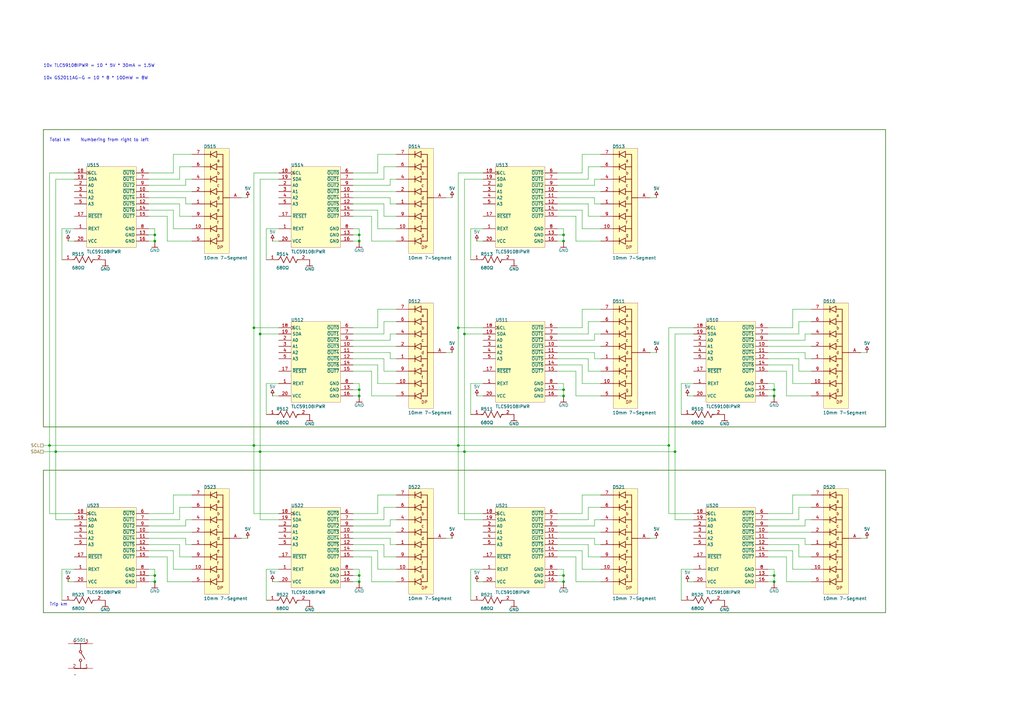
<source format=kicad_sch>
(kicad_sch (version 20231120) (generator "eeschema") (generator_version "8.0")
  (paper "A3")
  (junction (at 231.14 238.5822))
  (junction (at 63.5 98.8822))
  (junction (at 106.68 185.2422))
  (junction (at 63.5 96.3422))
  (junction (at 147.32 96.3422))
  (junction (at 147.32 236.0422))
  (junction (at 317.5 238.5822))
  (junction (at 231.14 159.8422))
  (junction (at 274.32 182.7022))
  (junction (at 22.86 185.2422))
  (junction (at 317.5 159.8422))
  (junction (at 106.68 136.9822))
  (junction (at 190.5 185.2422))
  (junction (at 317.5 236.0422))
  (junction (at 317.5 162.3822))
  (junction (at 63.5 238.5822))
  (junction (at 147.32 98.8822))
  (junction (at 147.32 159.8422))
  (junction (at 104.14 182.7022))
  (junction (at 187.96 182.7022))
  (junction (at 104.14 134.4422))
  (junction (at 231.14 236.0422))
  (junction (at 187.96 134.4422))
  (junction (at 20.32 182.7022))
  (junction (at 190.5 136.9822))
  (junction (at 231.14 96.3422))
  (junction (at 276.86 185.2422))
  (junction (at 231.14 162.3822))
  (junction (at 147.32 162.3822))
  (junction (at 63.5 236.0422))
  (junction (at 231.14 98.8822))
  (junction (at 147.32 238.5822))
  (wire (pts (xy 154.94 134.4422) (xy 144.78 134.4422)))
  (wire (pts (xy 154.94 63.3222) (xy 154.94 70.9422)))
  (wire (pts (xy 276.86 213.1822) (xy 276.86 185.2422)))
  (wire (pts (xy 154.94 210.6422) (xy 144.78 210.6422)))
  (wire (pts (xy 190.5 73.4822) (xy 190.5 136.9822)))
  (wire (pts (xy 162.56 152.2222) (xy 157.48 152.2222)))
  (wire (pts (xy 73.66 208.1022) (xy 73.66 213.1822)))
  (wire (pts (xy 228.6 98.8822) (xy 231.14 98.8822)))
  (wire (pts (xy 228.6 96.3422) (xy 231.14 96.3422)))
  (wire (pts (xy 68.58 98.8822) (xy 68.58 88.7222)))
  (wire (pts (xy 241.3 152.2222) (xy 241.3 147.1422)))
  (wire (pts (xy 246.38 233.5022) (xy 238.76 233.5022)))
  (wire (pts (xy 160.02 215.7222) (xy 144.78 215.7222)))
  (wire (pts (xy 193.04 106.5022) (xy 193.04 93.8022)))
  (wire (pts (xy 162.56 78.5622) (xy 144.78 78.5622)))
  (wire (pts (xy 246.38 208.1022) (xy 241.3 208.1022)))
  (wire (pts (xy 241.3 213.1822) (xy 228.6 213.1822)))
  (wire (pts (xy 322.58 152.2222) (xy 314.96 152.2222)))
  (wire (pts (xy 157.48 83.6422) (xy 144.78 83.6422)))
  (wire (pts (xy 73.66 83.6422) (xy 60.96 83.6422)))
  (wire (pts (xy 30.48 73.4822) (xy 22.86 73.4822)))
  (wire (pts (xy 162.56 233.5022) (xy 154.94 233.5022)))
  (wire (pts (xy 246.38 238.5822) (xy 236.22 238.5822)))
  (wire (pts (xy 246.38 73.4822) (xy 243.84 73.4822)))
  (wire (pts (xy 187.96 134.4422) (xy 187.96 182.7022)))
  (wire (pts (xy 60.96 93.8022) (xy 63.5 93.8022)))
  (wire (pts (xy 99.06 220.8022) (xy 101.6 220.8022)))
  (wire (pts (xy 314.96 157.3022) (xy 317.5 157.3022)))
  (wire (pts (xy 162.56 238.5822) (xy 152.4 238.5822)))
  (wire (pts (xy 330.2 215.7222) (xy 314.96 215.7222)))
  (wire (pts (xy 281.94 238.5822) (xy 284.48 238.5822)))
  (wire (pts (xy 246.38 93.8022) (xy 238.76 93.8022)))
  (wire (pts (xy 332.74 228.4222) (xy 327.66 228.4222)))
  (wire (pts (xy 157.48 152.2222) (xy 157.48 147.1422)))
  (wire (pts (xy 332.74 233.5022) (xy 325.12 233.5022)))
  (wire (pts (xy 68.58 238.5822) (xy 68.58 228.4222)))
  (wire (pts (xy 30.48 70.9422) (xy 20.32 70.9422)))
  (wire (pts (xy 63.5 236.0422) (xy 63.5 238.5822)))
  (wire (pts (xy 190.5 213.1822) (xy 190.5 185.2422)))
  (wire (pts (xy 106.68 73.4822) (xy 106.68 136.9822)))
  (wire (pts (xy 106.68 185.2422) (xy 22.86 185.2422)))
  (wire (pts (xy 147.32 157.3022) (xy 147.32 159.8422)))
  (wire (pts (xy 190.5 136.9822) (xy 190.5 185.2422)))
  (wire (pts (xy 246.38 218.2622) (xy 228.6 218.2622)))
  (wire (pts (xy 182.88 144.6022) (xy 185.42 144.6022)))
  (wire (pts (xy 330.2 223.3422) (xy 330.2 220.8022)))
  (wire (pts (xy 76.2 215.7222) (xy 60.96 215.7222)))
  (wire (pts (xy 198.12 213.1822) (xy 190.5 213.1822)))
  (wire (pts (xy 330.2 213.1822) (xy 330.2 215.7222)))
  (wire (pts (xy 154.94 233.5022) (xy 154.94 225.8822)))
  (wire (pts (xy 60.96 238.5822) (xy 63.5 238.5822)))
  (wire (pts (xy 78.74 228.4222) (xy 73.66 228.4222)))
  (wire (pts (xy 114.3 134.4422) (xy 104.14 134.4422)))
  (wire (pts (xy 325.12 134.4422) (xy 314.96 134.4422)))
  (wire (pts (xy 317.5 159.8422) (xy 317.5 162.3822)))
  (wire (pts (xy 157.48 213.1822) (xy 144.78 213.1822)))
  (wire (pts (xy 314.96 238.5822) (xy 317.5 238.5822)))
  (wire (pts (xy 162.56 162.3822) (xy 152.4 162.3822)))
  (wire (pts (xy 162.56 218.2622) (xy 144.78 218.2622)))
  (wire (pts (xy 147.32 96.3422) (xy 147.32 98.8822)))
  (wire (pts (xy 246.38 68.4022) (xy 241.3 68.4022)))
  (wire (pts (xy 238.76 126.8222) (xy 238.76 134.4422)))
  (wire (pts (xy 243.84 81.1022) (xy 228.6 81.1022)))
  (wire (pts (xy 76.2 223.3422) (xy 76.2 220.8022)))
  (wire (pts (xy 162.56 126.8222) (xy 154.94 126.8222)))
  (wire (pts (xy 276.86 136.9822) (xy 276.86 185.2422)))
  (wire (pts (xy 238.76 225.8822) (xy 228.6 225.8822)))
  (wire (pts (xy 71.12 203.0222) (xy 71.12 210.6422)))
  (wire (pts (xy 30.48 213.1822) (xy 22.86 213.1822)))
  (wire (pts (xy 60.96 233.5022) (xy 63.5 233.5022)))
  (wire (pts (xy 332.74 136.9822) (xy 330.2 136.9822)))
  (wire (pts (xy 76.2 213.1822) (xy 76.2 215.7222)))
  (wire (pts (xy 198.12 73.4822) (xy 190.5 73.4822)))
  (wire (pts (xy 162.56 208.1022) (xy 157.48 208.1022)))
  (wire (pts (xy 78.74 73.4822) (xy 76.2 73.4822)))
  (wire (pts (xy 109.22 246.2022) (xy 109.22 233.5022)))
  (wire (pts (xy 162.56 131.9022) (xy 157.48 131.9022)))
  (wire (pts (xy 144.78 98.8822) (xy 147.32 98.8822)))
  (wire (pts (xy 157.48 131.9022) (xy 157.48 136.9822)))
  (wire (pts (xy 332.74 162.3822) (xy 322.58 162.3822)))
  (wire (pts (xy 279.4 233.5022) (xy 284.48 233.5022)))
  (wire (pts (xy 154.94 157.3022) (xy 154.94 149.6822)))
  (wire (pts (xy 60.96 96.3422) (xy 63.5 96.3422)))
  (wire (pts (xy 327.66 228.4222) (xy 327.66 223.3422)))
  (wire (pts (xy 246.38 88.7222) (xy 241.3 88.7222)))
  (wire (pts (xy 228.6 236.0422) (xy 231.14 236.0422)))
  (wire (pts (xy 238.76 70.9422) (xy 228.6 70.9422)))
  (wire (pts (xy 327.66 213.1822) (xy 314.96 213.1822)))
  (wire (pts (xy 157.48 136.9822) (xy 144.78 136.9822)))
  (wire (pts (xy 246.38 126.8222) (xy 238.76 126.8222)))
  (wire (pts (xy 76.2 83.6422) (xy 76.2 81.1022)))
  (wire (pts (xy 25.4 93.8022) (xy 30.48 93.8022)))
  (wire (pts (xy 147.32 159.8422) (xy 147.32 162.3822)))
  (wire (pts (xy 243.84 213.1822) (xy 243.84 215.7222)))
  (wire (pts (xy 182.88 81.1022) (xy 185.42 81.1022)))
  (wire (pts (xy 68.58 88.7222) (xy 60.96 88.7222)))
  (wire (pts (xy 162.56 157.3022) (xy 154.94 157.3022)))
  (wire (pts (xy 104.14 210.6422) (xy 104.14 182.7022)))
  (wire (pts (xy 78.74 88.7222) (xy 73.66 88.7222)))
  (wire (pts (xy 68.58 228.4222) (xy 60.96 228.4222)))
  (wire (pts (xy 111.76 98.8822) (xy 114.3 98.8822)))
  (wire (pts (xy 325.12 126.8222) (xy 325.12 134.4422)))
  (wire (pts (xy 325.12 225.8822) (xy 314.96 225.8822)))
  (wire (pts (xy 274.32 134.4422) (xy 274.32 182.7022)))
  (wire (pts (xy 243.84 220.8022) (xy 228.6 220.8022)))
  (wire (pts (xy 162.56 147.1422) (xy 160.02 147.1422)))
  (wire (pts (xy 241.3 68.4022) (xy 241.3 73.4822)))
  (wire (pts (xy 71.12 63.3222) (xy 71.12 70.9422)))
  (wire (pts (xy 314.96 233.5022) (xy 317.5 233.5022)))
  (wire (pts (xy 157.48 208.1022) (xy 157.48 213.1822)))
  (wire (pts (xy 246.38 78.5622) (xy 228.6 78.5622)))
  (wire (pts (xy 236.22 88.7222) (xy 228.6 88.7222)))
  (wire (pts (xy 325.12 149.6822) (xy 314.96 149.6822)))
  (wire (pts (xy 152.4 88.7222) (xy 144.78 88.7222)))
  (wire (pts (xy 162.56 63.3222) (xy 154.94 63.3222)))
  (wire (pts (xy 152.4 162.3822) (xy 152.4 152.2222)))
  (wire (pts (xy 246.38 136.9822) (xy 243.84 136.9822)))
  (wire (pts (xy 238.76 134.4422) (xy 228.6 134.4422)))
  (wire (pts (xy 231.14 236.0422) (xy 231.14 238.5822)))
  (wire (pts (xy 193.04 170.0022) (xy 193.04 157.3022)))
  (wire (pts (xy 162.56 83.6422) (xy 160.02 83.6422)))
  (wire (pts (xy 78.74 203.0222) (xy 71.12 203.0222)))
  (wire (pts (xy 243.84 215.7222) (xy 228.6 215.7222)))
  (wire (pts (xy 228.6 93.8022) (xy 231.14 93.8022)))
  (wire (pts (xy 236.22 162.3822) (xy 236.22 152.2222)))
  (wire (pts (xy 279.4 246.2022) (xy 279.4 233.5022)))
  (wire (pts (xy 160.02 81.1022) (xy 144.78 81.1022)))
  (wire (pts (xy 284.48 213.1822) (xy 276.86 213.1822)))
  (wire (pts (xy 241.3 136.9822) (xy 228.6 136.9822)))
  (wire (pts (xy 327.66 136.9822) (xy 314.96 136.9822)))
  (wire (pts (xy 157.48 88.7222) (xy 157.48 83.6422)))
  (wire (pts (xy 231.14 159.8422) (xy 231.14 162.3822)))
  (wire (pts (xy 238.76 63.3222) (xy 238.76 70.9422)))
  (wire (pts (xy 104.14 70.9422) (xy 104.14 134.4422)))
  (wire (pts (xy 78.74 233.5022) (xy 71.12 233.5022)))
  (wire (pts (xy 111.76 162.3822) (xy 114.3 162.3822)))
  (wire (pts (xy 279.4 157.3022) (xy 284.48 157.3022)))
  (wire (pts (xy 160.02 147.1422) (xy 160.02 144.6022)))
  (wire (pts (xy 238.76 203.0222) (xy 238.76 210.6422)))
  (wire (pts (xy 160.02 223.3422) (xy 160.02 220.8022)))
  (wire (pts (xy 284.48 134.4422) (xy 274.32 134.4422)))
  (wire (pts (xy 332.74 223.3422) (xy 330.2 223.3422)))
  (wire (pts (xy 332.74 147.1422) (xy 330.2 147.1422)))
  (wire (pts (xy 238.76 149.6822) (xy 228.6 149.6822)))
  (wire (pts (xy 322.58 228.4222) (xy 314.96 228.4222)))
  (wire (pts (xy 330.2 144.6022) (xy 314.96 144.6022)))
  (wire (pts (xy 322.58 162.3822) (xy 322.58 152.2222)))
  (wire (pts (xy 78.74 213.1822) (xy 76.2 213.1822)))
  (wire (pts (xy 198.12 210.6422) (xy 187.96 210.6422)))
  (wire (pts (xy 114.3 70.9422) (xy 104.14 70.9422)))
  (wire (pts (xy 187.96 210.6422) (xy 187.96 182.7022)))
  (wire (pts (xy 160.02 144.6022) (xy 144.78 144.6022)))
  (wire (pts (xy 160.02 213.1822) (xy 160.02 215.7222)))
  (wire (pts (xy 327.66 208.1022) (xy 327.66 213.1822)))
  (wire (pts (xy 63.5 96.3422) (xy 63.5 98.8822)))
  (wire (pts (xy 187.96 182.7022) (xy 104.14 182.7022)))
  (wire (pts (xy 236.22 228.4222) (xy 228.6 228.4222)))
  (wire (pts (xy 162.56 98.8822) (xy 152.4 98.8822)))
  (wire (pts (xy 154.94 149.6822) (xy 144.78 149.6822)))
  (wire (pts (xy 73.66 88.7222) (xy 73.66 83.6422)))
  (wire (pts (xy 241.3 208.1022) (xy 241.3 213.1822)))
  (wire (pts (xy 20.32 210.6422) (xy 20.32 182.7022)))
  (wire (pts (xy 99.06 81.1022) (xy 101.6 81.1022)))
  (wire (pts (xy 63.5 93.8022) (xy 63.5 96.3422)))
  (wire (pts (xy 73.66 68.4022) (xy 73.66 73.4822)))
  (wire (pts (xy 154.94 93.8022) (xy 154.94 86.1822)))
  (wire (pts (xy 20.32 70.9422) (xy 20.32 182.7022)))
  (wire (pts (xy 27.94 238.5822) (xy 30.48 238.5822)))
  (wire (pts (xy 109.22 233.5022) (xy 114.3 233.5022)))
  (wire (pts (xy 144.78 157.3022) (xy 147.32 157.3022)))
  (wire (pts (xy 332.74 126.8222) (xy 325.12 126.8222)))
  (wire (pts (xy 228.6 233.5022) (xy 231.14 233.5022)))
  (wire (pts (xy 246.38 213.1822) (xy 243.84 213.1822)))
  (wire (pts (xy 325.12 157.3022) (xy 325.12 149.6822)))
  (wire (pts (xy 162.56 142.0622) (xy 144.78 142.0622)))
  (wire (pts (xy 236.22 238.5822) (xy 236.22 228.4222)))
  (wire (pts (xy 279.4 170.0022) (xy 279.4 157.3022)))
  (wire (pts (xy 109.22 93.8022) (xy 114.3 93.8022)))
  (wire (pts (xy 78.74 68.4022) (xy 73.66 68.4022)))
  (wire (pts (xy 332.74 218.2622) (xy 314.96 218.2622)))
  (wire (pts (xy 246.38 147.1422) (xy 243.84 147.1422)))
  (wire (pts (xy 76.2 81.1022) (xy 60.96 81.1022)))
  (wire (pts (xy 78.74 218.2622) (xy 60.96 218.2622)))
  (wire (pts (xy 190.5 185.2422) (xy 106.68 185.2422)))
  (wire (pts (xy 22.86 73.4822) (xy 22.86 185.2422)))
  (wire (pts (xy 73.66 73.4822) (xy 60.96 73.4822)))
  (wire (pts (xy 236.22 98.8822) (xy 236.22 88.7222)))
  (wire (pts (xy 30.48 210.6422) (xy 20.32 210.6422)))
  (wire (pts (xy 182.88 220.8022) (xy 185.42 220.8022)))
  (wire (pts (xy 152.4 98.8822) (xy 152.4 88.7222)))
  (wire (pts (xy 246.38 131.9022) (xy 241.3 131.9022)))
  (wire (pts (xy 325.12 233.5022) (xy 325.12 225.8822)))
  (wire (pts (xy 325.12 210.6422) (xy 314.96 210.6422)))
  (wire (pts (xy 266.7 144.6022) (xy 269.24 144.6022)))
  (wire (pts (xy 114.3 136.9822) (xy 106.68 136.9822)))
  (wire (pts (xy 266.7 81.1022) (xy 269.24 81.1022)))
  (wire (pts (xy 60.96 98.8822) (xy 63.5 98.8822)))
  (wire (pts (xy 246.38 223.3422) (xy 243.84 223.3422)))
  (wire (pts (xy 162.56 68.4022) (xy 157.48 68.4022)))
  (wire (pts (xy 241.3 73.4822) (xy 228.6 73.4822)))
  (wire (pts (xy 238.76 93.8022) (xy 238.76 86.1822)))
  (wire (pts (xy 228.6 238.5822) (xy 231.14 238.5822)))
  (wire (pts (xy 162.56 223.3422) (xy 160.02 223.3422)))
  (wire (pts (xy 246.38 63.3222) (xy 238.76 63.3222)))
  (wire (pts (xy 160.02 73.4822) (xy 160.02 76.0222)))
  (wire (pts (xy 332.74 238.5822) (xy 322.58 238.5822)))
  (wire (pts (xy 160.02 76.0222) (xy 144.78 76.0222)))
  (wire (pts (xy 243.84 223.3422) (xy 243.84 220.8022)))
  (wire (pts (xy 195.58 162.3822) (xy 198.12 162.3822)))
  (wire (pts (xy 114.3 73.4822) (xy 106.68 73.4822)))
  (wire (pts (xy 162.56 93.8022) (xy 154.94 93.8022)))
  (wire (pts (xy 231.14 93.8022) (xy 231.14 96.3422)))
  (wire (pts (xy 162.56 73.4822) (xy 160.02 73.4822)))
  (wire (pts (xy 144.78 96.3422) (xy 147.32 96.3422)))
  (wire (pts (xy 106.68 136.9822) (xy 106.68 185.2422)))
  (wire (pts (xy 327.66 223.3422) (xy 314.96 223.3422)))
  (wire (pts (xy 78.74 78.5622) (xy 60.96 78.5622)))
  (wire (pts (xy 193.04 157.3022) (xy 198.12 157.3022)))
  (wire (pts (xy 78.74 63.3222) (xy 71.12 63.3222)))
  (wire (pts (xy 330.2 139.5222) (xy 314.96 139.5222)))
  (wire (pts (xy 246.38 83.6422) (xy 243.84 83.6422)))
  (wire (pts (xy 246.38 152.2222) (xy 241.3 152.2222)))
  (wire (pts (xy 236.22 152.2222) (xy 228.6 152.2222)))
  (wire (pts (xy 193.04 93.8022) (xy 198.12 93.8022)))
  (wire (pts (xy 243.84 136.9822) (xy 243.84 139.5222)))
  (wire (pts (xy 162.56 88.7222) (xy 157.48 88.7222)))
  (wire (pts (xy 76.2 73.4822) (xy 76.2 76.0222)))
  (wire (pts (xy 327.66 131.9022) (xy 327.66 136.9822)))
  (wire (pts (xy 325.12 203.0222) (xy 325.12 210.6422)))
  (wire (pts (xy 317.5 233.5022) (xy 317.5 236.0422)))
  (wire (pts (xy 332.74 208.1022) (xy 327.66 208.1022)))
  (wire (pts (xy 231.14 96.3422) (xy 231.14 98.8822)))
  (wire (pts (xy 109.22 170.0022) (xy 109.22 157.3022)))
  (wire (pts (xy 243.84 73.4822) (xy 243.84 76.0222)))
  (wire (pts (xy 160.02 83.6422) (xy 160.02 81.1022)))
  (wire (pts (xy 154.94 86.1822) (xy 144.78 86.1822)))
  (wire (pts (xy 27.94 98.8822) (xy 30.48 98.8822)))
  (wire (pts (xy 63.5 233.5022) (xy 63.5 236.0422)))
  (wire (pts (xy 198.12 134.4422) (xy 187.96 134.4422)))
  (wire (pts (xy 231.14 233.5022) (xy 231.14 236.0422)))
  (wire (pts (xy 71.12 210.6422) (xy 60.96 210.6422)))
  (wire (pts (xy 332.74 131.9022) (xy 327.66 131.9022)))
  (wire (pts (xy 104.14 134.4422) (xy 104.14 182.7022)))
  (wire (pts (xy 238.76 233.5022) (xy 238.76 225.8822)))
  (wire (pts (xy 20.32 182.7022) (xy 17.78 182.7022)))
  (wire (pts (xy 198.12 70.9422) (xy 187.96 70.9422)))
  (wire (pts (xy 241.3 83.6422) (xy 228.6 83.6422)))
  (wire (pts (xy 147.32 236.0422) (xy 147.32 238.5822)))
  (wire (pts (xy 274.32 182.7022) (xy 187.96 182.7022)))
  (wire (pts (xy 327.66 147.1422) (xy 314.96 147.1422)))
  (wire (pts (xy 162.56 136.9822) (xy 160.02 136.9822)))
  (wire (pts (xy 317.5 236.0422) (xy 317.5 238.5822)))
  (wire (pts (xy 157.48 223.3422) (xy 144.78 223.3422)))
  (wire (pts (xy 71.12 225.8822) (xy 60.96 225.8822)))
  (wire (pts (xy 246.38 157.3022) (xy 238.76 157.3022)))
  (wire (pts (xy 330.2 136.9822) (xy 330.2 139.5222)))
  (wire (pts (xy 281.94 162.3822) (xy 284.48 162.3822)))
  (wire (pts (xy 231.14 157.3022) (xy 231.14 159.8422)))
  (wire (pts (xy 246.38 228.4222) (xy 241.3 228.4222)))
  (wire (pts (xy 71.12 70.9422) (xy 60.96 70.9422)))
  (wire (pts (xy 25.4 233.5022) (xy 30.48 233.5022)))
  (wire (pts (xy 332.74 152.2222) (xy 327.66 152.2222)))
  (wire (pts (xy 147.32 93.8022) (xy 147.32 96.3422)))
  (wire (pts (xy 243.84 147.1422) (xy 243.84 144.6022)))
  (wire (pts (xy 144.78 238.5822) (xy 147.32 238.5822)))
  (wire (pts (xy 22.86 213.1822) (xy 22.86 185.2422)))
  (wire (pts (xy 330.2 147.1422) (xy 330.2 144.6022)))
  (wire (pts (xy 73.66 228.4222) (xy 73.66 223.3422)))
  (wire (pts (xy 243.84 144.6022) (xy 228.6 144.6022)))
  (wire (pts (xy 314.96 159.8422) (xy 317.5 159.8422)))
  (wire (pts (xy 353.06 220.8022) (xy 355.6 220.8022)))
  (wire (pts (xy 228.6 157.3022) (xy 231.14 157.3022)))
  (wire (pts (xy 332.74 142.0622) (xy 314.96 142.0622)))
  (wire (pts (xy 157.48 147.1422) (xy 144.78 147.1422)))
  (wire (pts (xy 322.58 238.5822) (xy 322.58 228.4222)))
  (wire (pts (xy 144.78 236.0422) (xy 147.32 236.0422)))
  (wire (pts (xy 327.66 152.2222) (xy 327.66 147.1422)))
  (wire (pts (xy 104.14 182.7022) (xy 20.32 182.7022)))
  (wire (pts (xy 71.12 86.1822) (xy 60.96 86.1822)))
  (wire (pts (xy 111.76 238.5822) (xy 114.3 238.5822)))
  (wire (pts (xy 109.22 157.3022) (xy 114.3 157.3022)))
  (wire (pts (xy 76.2 220.8022) (xy 60.96 220.8022)))
  (wire (pts (xy 330.2 220.8022) (xy 314.96 220.8022)))
  (wire (pts (xy 228.6 159.8422) (xy 231.14 159.8422)))
  (wire (pts (xy 274.32 210.6422) (xy 274.32 182.7022)))
  (wire (pts (xy 238.76 86.1822) (xy 228.6 86.1822)))
  (wire (pts (xy 157.48 228.4222) (xy 157.48 223.3422)))
  (wire (pts (xy 157.48 68.4022) (xy 157.48 73.4822)))
  (wire (pts (xy 106.68 213.1822) (xy 106.68 185.2422)))
  (wire (pts (xy 162.56 213.1822) (xy 160.02 213.1822)))
  (wire (pts (xy 241.3 228.4222) (xy 241.3 223.3422)))
  (wire (pts (xy 154.94 225.8822) (xy 144.78 225.8822)))
  (wire (pts (xy 71.12 93.8022) (xy 71.12 86.1822)))
  (wire (pts (xy 238.76 157.3022) (xy 238.76 149.6822)))
  (wire (pts (xy 144.78 233.5022) (xy 147.32 233.5022)))
  (wire (pts (xy 144.78 93.8022) (xy 147.32 93.8022)))
  (wire (pts (xy 193.04 233.5022) (xy 198.12 233.5022)))
  (wire (pts (xy 152.4 228.4222) (xy 144.78 228.4222)))
  (wire (pts (xy 160.02 136.9822) (xy 160.02 139.5222)))
  (wire (pts (xy 243.84 139.5222) (xy 228.6 139.5222)))
  (wire (pts (xy 25.4 246.2022) (xy 25.4 233.5022)))
  (wire (pts (xy 78.74 208.1022) (xy 73.66 208.1022)))
  (wire (pts (xy 144.78 162.3822) (xy 147.32 162.3822)))
  (wire (pts (xy 266.7 220.8022) (xy 269.24 220.8022)))
  (wire (pts (xy 157.48 73.4822) (xy 144.78 73.4822)))
  (wire (pts (xy 195.58 98.8822) (xy 198.12 98.8822)))
  (wire (pts (xy 241.3 147.1422) (xy 228.6 147.1422)))
  (wire (pts (xy 284.48 136.9822) (xy 276.86 136.9822)))
  (wire (pts (xy 162.56 228.4222) (xy 157.48 228.4222)))
  (wire (pts (xy 78.74 93.8022) (xy 71.12 93.8022)))
  (wire (pts (xy 195.58 238.5822) (xy 198.12 238.5822)))
  (wire (pts (xy 228.6 162.3822) (xy 231.14 162.3822)))
  (wire (pts (xy 314.96 236.0422) (xy 317.5 236.0422)))
  (wire (pts (xy 25.4 106.5022) (xy 25.4 93.8022)))
  (wire (pts (xy 154.94 203.0222) (xy 154.94 210.6422)))
  (wire (pts (xy 60.96 236.0422) (xy 63.5 236.0422)))
  (wire (pts (xy 160.02 220.8022) (xy 144.78 220.8022)))
  (wire (pts (xy 144.78 159.8422) (xy 147.32 159.8422)))
  (wire (pts (xy 246.38 162.3822) (xy 236.22 162.3822)))
  (wire (pts (xy 317.5 157.3022) (xy 317.5 159.8422)))
  (wire (pts (xy 114.3 213.1822) (xy 106.68 213.1822)))
  (wire (pts (xy 193.04 246.2022) (xy 193.04 233.5022)))
  (wire (pts (xy 78.74 238.5822) (xy 68.58 238.5822)))
  (wire (pts (xy 284.48 210.6422) (xy 274.32 210.6422)))
  (wire (pts (xy 198.12 136.9822) (xy 190.5 136.9822)))
  (wire (pts (xy 71.12 233.5022) (xy 71.12 225.8822)))
  (wire (pts (xy 73.66 223.3422) (xy 60.96 223.3422)))
  (wire (pts (xy 241.3 131.9022) (xy 241.3 136.9822)))
  (wire (pts (xy 246.38 203.0222) (xy 238.76 203.0222)))
  (wire (pts (xy 187.96 70.9422) (xy 187.96 134.4422)))
  (wire (pts (xy 154.94 70.9422) (xy 144.78 70.9422)))
  (wire (pts (xy 238.76 210.6422) (xy 228.6 210.6422)))
  (wire (pts (xy 22.86 185.2422) (xy 17.78 185.2422)))
  (wire (pts (xy 246.38 98.8822) (xy 236.22 98.8822)))
  (wire (pts (xy 314.96 162.3822) (xy 317.5 162.3822)))
  (wire (pts (xy 147.32 233.5022) (xy 147.32 236.0422)))
  (wire (pts (xy 162.56 203.0222) (xy 154.94 203.0222)))
  (wire (pts (xy 332.74 213.1822) (xy 330.2 213.1822)))
  (wire (pts (xy 160.02 139.5222) (xy 144.78 139.5222)))
  (wire (pts (xy 78.74 98.8822) (xy 68.58 98.8822)))
  (wire (pts (xy 152.4 152.2222) (xy 144.78 152.2222)))
  (wire (pts (xy 243.84 83.6422) (xy 243.84 81.1022)))
  (wire (pts (xy 152.4 238.5822) (xy 152.4 228.4222)))
  (wire (pts (xy 241.3 88.7222) (xy 241.3 83.6422)))
  (wire (pts (xy 276.86 185.2422) (xy 190.5 185.2422)))
  (wire (pts (xy 243.84 76.0222) (xy 228.6 76.0222)))
  (wire (pts (xy 109.22 106.5022) (xy 109.22 93.8022)))
  (wire (pts (xy 78.74 83.6422) (xy 76.2 83.6422)))
  (wire (pts (xy 332.74 157.3022) (xy 325.12 157.3022)))
  (wire (pts (xy 154.94 126.8222) (xy 154.94 134.4422)))
  (wire (pts (xy 78.74 223.3422) (xy 76.2 223.3422)))
  (wire (pts (xy 332.74 203.0222) (xy 325.12 203.0222)))
  (wire (pts (xy 76.2 76.0222) (xy 60.96 76.0222)))
  (wire (pts (xy 73.66 213.1822) (xy 60.96 213.1822)))
  (wire (pts (xy 114.3 210.6422) (xy 104.14 210.6422)))
  (wire (pts (xy 241.3 223.3422) (xy 228.6 223.3422)))
  (wire (pts (xy 246.38 142.0622) (xy 228.6 142.0622)))
  (wire (pts (xy 353.06 144.6022) (xy 355.6 144.6022)))
  (rectangle (start 363.22 192.8622) (end 17.78 251.2822) (stroke (width 0.254) (color 56 118 29 1)))
  (rectangle (start 363.22 53.1622) (end 17.78 175.0822) (stroke (width 0.254) (color 56 118 29 1)))
  (text "Trip km" (at 20.32 248.7422 0) (effects (font (size 1.27 1.27)) (justify left bottom)))
  (text "10x TLC59108IPWR = 10 * 5V * 30mA = 1.5W" (at 17.78 27.7622 0) (effects (font (size 1.27 1.27)) (justify left bottom)))
  (text "Numbering from right to left" (at 33.02 58.2422 0) (effects (font (size 1.27 1.27)) (justify left bottom)))
  (text "Total km" (at 20.32 58.2422 0) (effects (font (size 1.27 1.27)) (justify left bottom)))
  (text "10x GS2011AG-G = 10 * 8 * 100mW = 8W" (at 17.78 32.8422 0) (effects (font (size 1.27 1.27)) (justify left bottom)))
  (hierarchical_label "SDA" (shape passive) (at 17.78 185.2422 180))
  (hierarchical_label "SCL" (shape passive) (at 17.78 182.7022 180))
  (symbol (lib_id "Lada_Speedometer-altium-import:5V_ARROW") (at 111.76 162.3822 180) (unit 1)
    (property "Reference" "#PWR?" (effects (hide yes)))
    (property "Value" "5V" (at 111.76 158.5722 0))
  )
  (symbol (lib_id "Lada_Speedometer-altium-import:5V_ARROW") (at 195.58 238.5822 180) (unit 1)
    (property "Reference" "#PWR?" (effects (hide yes)))
    (property "Value" "5V" (at 195.58 234.7722 0))
  )
  (symbol (lib_id "Lada_Speedometer-altium-import:Designator_2_GS2011AG-G") (at 177.8 81.1022 0) (unit 1)
    (property "Reference" "D514" (at 167.386 60.7822 0) (effects (justify left bottom)))
    (property "Value" "10mm 7-Segment" (at 167.386 106.5022 0) (effects (justify left bottom)))
    (property "Footprint" "GS2011AG-G" (effects (hide yes)))
    (property "Description" "SMD, 10x6.9mm 7-Segment" (effects (hide yes)))
  )
  (symbol (lib_id "Lada_Speedometer-altium-import:5V_ARROW") (at 101.6 220.8022 180) (unit 1)
    (property "Reference" "#PWR?" (effects (hide yes)))
    (property "Value" "5V" (at 101.6 216.9922 0))
  )
  (symbol (lib_id "Lada_Speedometer-altium-import:5V_ARROW") (at 111.76 238.5822 180) (unit 1)
    (property "Reference" "#PWR?" (effects (hide yes)))
    (property "Value" "5V" (at 111.76 234.7722 0))
  )
  (symbol (lib_id "Lada_Speedometer-altium-import:GND_BAR") (at 231.14 238.5822 0) (unit 1)
    (property "Reference" "#PWR?" (effects (hide yes)))
    (property "Value" "GND" (at 231.14 242.3922 0))
  )
  (symbol (lib_id "Lada_Speedometer-altium-import:Designator_2_GS2011AG-G") (at 261.62 220.8022 0) (unit 1)
    (property "Reference" "D521" (at 251.206 200.4822 0) (effects (justify left bottom)))
    (property "Value" "10mm 7-Segment" (at 251.206 246.2022 0) (effects (justify left bottom)))
    (property "Footprint" "GS2011AG-G" (effects (hide yes)))
    (property "Description" "SMD, 10x6.9mm 7-Segment" (effects (hide yes)))
  )
  (symbol (lib_id "Lada_Speedometer-altium-import:Designator_2_GS2011AG-G") (at 261.62 81.1022 0) (unit 1)
    (property "Reference" "D513" (at 251.206 60.7822 0) (effects (justify left bottom)))
    (property "Value" "10mm 7-Segment" (at 251.206 106.5022 0) (effects (justify left bottom)))
    (property "Footprint" "GS2011AG-G" (effects (hide yes)))
    (property "Description" "SMD, 10x6.9mm 7-Segment" (effects (hide yes)))
  )
  (symbol (lib_id "Lada_Speedometer-altium-import:5V_ARROW") (at 185.42 144.6022 180) (unit 1)
    (property "Reference" "#PWR?" (effects (hide yes)))
    (property "Value" "5V" (at 185.42 140.7922 0))
  )
  (symbol (lib_id "Lada_Speedometer-altium-import:Designator_0_1029c3af85768c4190bb7ad29bc67b5") (at 193.04 106.5022 0) (unit 1)
    (property "Reference" "R513" (at 197.104 104.9782 0) (effects (justify left bottom)))
    (property "Value" "680Ω" (at 197.104 110.5662 0) (effects (justify left bottom)))
    (property "Footprint" "FP-CRCW0603-e3-IPC_A" (effects (hide yes)))
    (property "Description" "RES Thick Film, 680Ω, 5%, 0.1W, 200ppm/°C, 0603\r\nCRCW0603680RJNEA" (effects (hide yes)))
    (property "MAX OPERATING TEMPERATURE" "155°C" (effects (hide yes)))
    (property "POWER RATING" "100mW" (effects (hide yes)))
    (property "PACKAGE QUANTITY" "1" (effects (hide yes)))
    (property "FEATURES" "Automotive AEC-Q200" (effects (hide yes)))
    (property "COMPOSITION" "Thick Film" (effects (hide yes)))
    (property "LENGTH" "1.55mm" (effects (hide yes)))
    (property "VOLTAGE RATING" "75V" (effects (hide yes)))
    (property "VOLTAGE RATING (DC)" "75V" (effects (hide yes)))
    (property "NUMBER OF TERMINATIONS" "2" (effects (hide yes)))
    (property "TERMINATION" "SMD/SMT" (effects (hide yes)))
    (property "CASE/PACKAGE" "0603" (effects (hide yes)))
    (property "HEIGHT" "0.45mm" (effects (hide yes)))
    (property "MIN OPERATING TEMPERATURE" "-55°C" (effects (hide yes)))
    (property "CASE CODE (IMPERIAL)" "0603" (effects (hide yes)))
    (property "WIDTH" "0.033inch" (effects (hide yes)))
    (property "MILITARY STANDARD" "Not" (effects (hide yes)))
    (property "MAX POWER DISSIPATION" "100mW" (effects (hide yes)))
    (property "RESISTANCE" "680R" (effects (hide yes)))
    (property "LEAD FREE" "Lead Free" (effects (hide yes)))
    (property "WEIGHT" "7.1E-05oz" (effects (hide yes)))
    (property "TEMPERATURE COEFFICIENT" "200ppm/°C" (effects (hide yes)))
    (property "CONTACT PLATING" "Tin" (effects (hide yes)))
    (property "PACKAGING" "Tape and Reel" (effects (hide yes)))
    (property "RADIATION HARDENING" "No" (effects (hide yes)))
    (property "WORKING VOLTAGE" "75V" (effects (hide yes)))
    (property "TOLERANCE" "5%" (effects (hide yes)))
    (property "NUMBER OF PINS" "2" (effects (hide yes)))
    (property "DEPTH" "0.85mm" (effects (hide yes)))
    (property "CASE CODE (METRIC)" "1608" (effects (hide yes)))
  )
  (symbol (lib_id "Lada_Speedometer-altium-import:5V_ARROW") (at 281.94 162.3822 180) (unit 1)
    (property "Reference" "#PWR?" (effects (hide yes)))
    (property "Value" "5V" (at 281.94 158.5722 0))
  )
  (symbol (lib_id "Lada_Speedometer-altium-import:GND_BAR") (at 63.5 98.8822 0) (unit 1)
    (property "Reference" "#PWR?" (effects (hide yes)))
    (property "Value" "GND" (at 63.5 102.6922 0))
  )
  (symbol (lib_id "Lada_Speedometer-altium-import:Designator_2_GS2011AG-G") (at 93.98 220.8022 0) (unit 1)
    (property "Reference" "D523" (at 83.566 200.4822 0) (effects (justify left bottom)))
    (property "Value" "10mm 7-Segment" (at 83.566 246.2022 0) (effects (justify left bottom)))
    (property "Footprint" "GS2011AG-G" (effects (hide yes)))
    (property "Description" "SMD, 10x6.9mm 7-Segment" (effects (hide yes)))
  )
  (symbol (lib_id "Lada_Speedometer-altium-import:GND_BAR") (at 43.18 246.2022 0) (unit 1)
    (property "Reference" "#PWR?" (effects (hide yes)))
    (property "Value" "GND" (at 43.18 250.0122 0))
  )
  (symbol (lib_id "Lada_Speedometer-altium-import:Designator_0_1029c3af85768c4190bb7ad29bc67b5") (at 193.04 170.0022 0) (unit 1)
    (property "Reference" "R511" (at 197.104 168.4782 0) (effects (justify left bottom)))
    (property "Value" "680Ω" (at 197.104 174.0662 0) (effects (justify left bottom)))
    (property "Footprint" "FP-CRCW0603-e3-IPC_A" (effects (hide yes)))
    (property "Description" "RES Thick Film, 680Ω, 5%, 0.1W, 200ppm/°C, 0603\r\nCRCW0603680RJNEA" (effects (hide yes)))
    (property "MAX OPERATING TEMPERATURE" "155°C" (effects (hide yes)))
    (property "POWER RATING" "100mW" (effects (hide yes)))
    (property "PACKAGE QUANTITY" "1" (effects (hide yes)))
    (property "FEATURES" "Automotive AEC-Q200" (effects (hide yes)))
    (property "COMPOSITION" "Thick Film" (effects (hide yes)))
    (property "LENGTH" "1.55mm" (effects (hide yes)))
    (property "VOLTAGE RATING" "75V" (effects (hide yes)))
    (property "VOLTAGE RATING (DC)" "75V" (effects (hide yes)))
    (property "NUMBER OF TERMINATIONS" "2" (effects (hide yes)))
    (property "TERMINATION" "SMD/SMT" (effects (hide yes)))
    (property "CASE/PACKAGE" "0603" (effects (hide yes)))
    (property "HEIGHT" "0.45mm" (effects (hide yes)))
    (property "MIN OPERATING TEMPERATURE" "-55°C" (effects (hide yes)))
    (property "CASE CODE (IMPERIAL)" "0603" (effects (hide yes)))
    (property "WIDTH" "0.033inch" (effects (hide yes)))
    (property "MILITARY STANDARD" "Not" (effects (hide yes)))
    (property "MAX POWER DISSIPATION" "100mW" (effects (hide yes)))
    (property "RESISTANCE" "680R" (effects (hide yes)))
    (property "LEAD FREE" "Lead Free" (effects (hide yes)))
    (property "WEIGHT" "7.1E-05oz" (effects (hide yes)))
    (property "TEMPERATURE COEFFICIENT" "200ppm/°C" (effects (hide yes)))
    (property "CONTACT PLATING" "Tin" (effects (hide yes)))
    (property "PACKAGING" "Tape and Reel" (effects (hide yes)))
    (property "RADIATION HARDENING" "No" (effects (hide yes)))
    (property "WORKING VOLTAGE" "75V" (effects (hide yes)))
    (property "TOLERANCE" "5%" (effects (hide yes)))
    (property "NUMBER OF PINS" "2" (effects (hide yes)))
    (property "DEPTH" "0.85mm" (effects (hide yes)))
    (property "CASE CODE (METRIC)" "1608" (effects (hide yes)))
  )
  (symbol (lib_id "Lada_Speedometer-altium-import:Designator_0_TI-TLC59108PW20") (at 35.56 68.4022 0) (unit 1)
    (property "Reference" "U515" (at 35.56 68.4022 0) (effects (justify left bottom)))
    (property "Value" "TLC59108IPWR" (at 35.56 103.9622 0) (effects (justify left bottom)))
    (property "Footprint" "PW0020A_M" (effects (hide yes)))
    (property "Description" "8-Bit Fast Mode Plus (FM+) I2C Bus Constant-Current LED Sink Driver, 3 to 5.5 V, -40 to 85 degC, 20-pin SOP (PW20), Green (RoHS & no Sb/Br)" (effects (hide yes)))
    (property "COMPONENTLINK3URL" "http://www.ti.com.cn/cn/lit/ml/mpds362/mpds362.pdf" (effects (hide yes)))
    (property "PACKAGEVERSION" "4040064-5/G" (effects (hide yes)))
    (property "COMPONENTLINK1URL" "http://www.ti.com/" (effects (hide yes)))
    (property "COMPONENTLINK2DESCRIPTION" "Datasheet" (effects (hide yes)))
    (property "COMPONENTLINK2URL" "http://www.ti.com/general/docs/lit/getliterature.tsp?genericPartNumber=TLC59108&fileType=pdf" (effects (hide yes)))
    (property "PACKAGEREFERENCE" "PW0020A" (effects (hide yes)))
    (property "PACKAGEDESCRIPTION" "20-Pin Plastic Small Outline, Body 6.5 x 4.4 mm, 0.65 mm Pitch" (effects (hide yes)))
    (property "COMPONENTLINK1DESCRIPTION" "Manufacturer URL" (effects (hide yes)))
    (property "VIN(MAX)(V)" "5.5" (effects (hide yes)))
    (property "COMPONENTLINK3DESCRIPTION" "Package Specification" (effects (hide yes)))
    (property "ECO-PLAN" "Green (RoHS & no Sb/Br)" (effects (hide yes)))
    (property "PARTNUMBER" "TLC59108IPWR" (effects (hide yes)))
    (property "VIN(MIN)(V)" "3" (effects (hide yes)))
    (property "CODE_JEDEC" "MO-153" (effects (hide yes)))
    (property "MANUFACTURER" "Texas Instruments" (effects (hide yes)))
    (property "IOUT(MAX)(A)" "0.12" (effects (hide yes)))
    (property "SUBFAMILY" "LED Driver" (effects (hide yes)))
    (property "DATASHEETVERSION" "SLDS156A" (effects (hide yes)))
    (property "MOUNTING TECHNOLOGY" "Surface Mount" (effects (hide yes)))
  )
  (symbol (lib_id "Lada_Speedometer-altium-import:Designator_0_1029c3af85768c4190bb7ad29bc67b5") (at 109.22 106.5022 0) (unit 1)
    (property "Reference" "R514" (at 113.284 104.9782 0) (effects (justify left bottom)))
    (property "Value" "680Ω" (at 113.284 110.5662 0) (effects (justify left bottom)))
    (property "Footprint" "FP-CRCW0603-e3-IPC_A" (effects (hide yes)))
    (property "Description" "RES Thick Film, 680Ω, 5%, 0.1W, 200ppm/°C, 0603\r\nCRCW0603680RJNEA" (effects (hide yes)))
    (property "MAX OPERATING TEMPERATURE" "155°C" (effects (hide yes)))
    (property "POWER RATING" "100mW" (effects (hide yes)))
    (property "PACKAGE QUANTITY" "1" (effects (hide yes)))
    (property "FEATURES" "Automotive AEC-Q200" (effects (hide yes)))
    (property "COMPOSITION" "Thick Film" (effects (hide yes)))
    (property "LENGTH" "1.55mm" (effects (hide yes)))
    (property "VOLTAGE RATING" "75V" (effects (hide yes)))
    (property "VOLTAGE RATING (DC)" "75V" (effects (hide yes)))
    (property "NUMBER OF TERMINATIONS" "2" (effects (hide yes)))
    (property "TERMINATION" "SMD/SMT" (effects (hide yes)))
    (property "CASE/PACKAGE" "0603" (effects (hide yes)))
    (property "HEIGHT" "0.45mm" (effects (hide yes)))
    (property "MIN OPERATING TEMPERATURE" "-55°C" (effects (hide yes)))
    (property "CASE CODE (IMPERIAL)" "0603" (effects (hide yes)))
    (property "WIDTH" "0.033inch" (effects (hide yes)))
    (property "MILITARY STANDARD" "Not" (effects (hide yes)))
    (property "MAX POWER DISSIPATION" "100mW" (effects (hide yes)))
    (property "RESISTANCE" "680R" (effects (hide yes)))
    (property "LEAD FREE" "Lead Free" (effects (hide yes)))
    (property "WEIGHT" "7.1E-05oz" (effects (hide yes)))
    (property "TEMPERATURE COEFFICIENT" "200ppm/°C" (effects (hide yes)))
    (property "CONTACT PLATING" "Tin" (effects (hide yes)))
    (property "PACKAGING" "Tape and Reel" (effects (hide yes)))
    (property "RADIATION HARDENING" "No" (effects (hide yes)))
    (property "WORKING VOLTAGE" "75V" (effects (hide yes)))
    (property "TOLERANCE" "5%" (effects (hide yes)))
    (property "NUMBER OF PINS" "2" (effects (hide yes)))
    (property "DEPTH" "0.85mm" (effects (hide yes)))
    (property "CASE CODE (METRIC)" "1608" (effects (hide yes)))
  )
  (symbol (lib_id "Lada_Speedometer-altium-import:Designator_2_GS2011AG-G") (at 347.98 144.6022 0) (unit 1)
    (property "Reference" "D510" (at 337.566 124.2822 0) (effects (justify left bottom)))
    (property "Value" "10mm 7-Segment" (at 337.566 170.0022 0) (effects (justify left bottom)))
    (property "Footprint" "GS2011AG-G" (effects (hide yes)))
    (property "Description" "SMD, 10x6.9mm 7-Segment" (effects (hide yes)))
  )
  (symbol (lib_id "Lada_Speedometer-altium-import:5V_ARROW") (at 27.94 238.5822 180) (unit 1)
    (property "Reference" "#PWR?" (effects (hide yes)))
    (property "Value" "5V" (at 27.94 234.7722 0))
  )
  (symbol (lib_id "Lada_Speedometer-altium-import:Designator_0_1029c3af85768c4190bb7ad29bc67b5") (at 25.4 106.5022 0) (unit 1)
    (property "Reference" "R515" (at 29.464 104.9782 0) (effects (justify left bottom)))
    (property "Value" "680Ω" (at 29.464 110.5662 0) (effects (justify left bottom)))
    (property "Footprint" "FP-CRCW0603-e3-IPC_A" (effects (hide yes)))
    (property "Description" "RES Thick Film, 680Ω, 5%, 0.1W, 200ppm/°C, 0603\r\nCRCW0603680RJNEA" (effects (hide yes)))
    (property "MAX OPERATING TEMPERATURE" "155°C" (effects (hide yes)))
    (property "POWER RATING" "100mW" (effects (hide yes)))
    (property "PACKAGE QUANTITY" "1" (effects (hide yes)))
    (property "FEATURES" "Automotive AEC-Q200" (effects (hide yes)))
    (property "COMPOSITION" "Thick Film" (effects (hide yes)))
    (property "LENGTH" "1.55mm" (effects (hide yes)))
    (property "VOLTAGE RATING" "75V" (effects (hide yes)))
    (property "VOLTAGE RATING (DC)" "75V" (effects (hide yes)))
    (property "NUMBER OF TERMINATIONS" "2" (effects (hide yes)))
    (property "TERMINATION" "SMD/SMT" (effects (hide yes)))
    (property "CASE/PACKAGE" "0603" (effects (hide yes)))
    (property "HEIGHT" "0.45mm" (effects (hide yes)))
    (property "MIN OPERATING TEMPERATURE" "-55°C" (effects (hide yes)))
    (property "CASE CODE (IMPERIAL)" "0603" (effects (hide yes)))
    (property "WIDTH" "0.033inch" (effects (hide yes)))
    (property "MILITARY STANDARD" "Not" (effects (hide yes)))
    (property "MAX POWER DISSIPATION" "100mW" (effects (hide yes)))
    (property "RESISTANCE" "680R" (effects (hide yes)))
    (property "LEAD FREE" "Lead Free" (effects (hide yes)))
    (property "WEIGHT" "7.1E-05oz" (effects (hide yes)))
    (property "TEMPERATURE COEFFICIENT" "200ppm/°C" (effects (hide yes)))
    (property "CONTACT PLATING" "Tin" (effects (hide yes)))
    (property "PACKAGING" "Tape and Reel" (effects (hide yes)))
    (property "RADIATION HARDENING" "No" (effects (hide yes)))
    (property "WORKING VOLTAGE" "75V" (effects (hide yes)))
    (property "TOLERANCE" "5%" (effects (hide yes)))
    (property "NUMBER OF PINS" "2" (effects (hide yes)))
    (property "DEPTH" "0.85mm" (effects (hide yes)))
    (property "CASE CODE (METRIC)" "1608" (effects (hide yes)))
  )
  (symbol (lib_id "Lada_Speedometer-altium-import:Designator_0_TI-TLC59108PW20") (at 203.2 208.1022 0) (unit 1)
    (property "Reference" "U521" (at 203.2 208.1022 0) (effects (justify left bottom)))
    (property "Value" "TLC59108IPWR" (at 203.2 243.6622 0) (effects (justify left bottom)))
    (property "Footprint" "PW0020A_M" (effects (hide yes)))
    (property "Description" "8-Bit Fast Mode Plus (FM+) I2C Bus Constant-Current LED Sink Driver, 3 to 5.5 V, -40 to 85 degC, 20-pin SOP (PW20), Green (RoHS & no Sb/Br)" (effects (hide yes)))
    (property "COMPONENTLINK3URL" "http://www.ti.com.cn/cn/lit/ml/mpds362/mpds362.pdf" (effects (hide yes)))
    (property "PACKAGEVERSION" "4040064-5/G" (effects (hide yes)))
    (property "COMPONENTLINK1URL" "http://www.ti.com/" (effects (hide yes)))
    (property "COMPONENTLINK2DESCRIPTION" "Datasheet" (effects (hide yes)))
    (property "COMPONENTLINK2URL" "http://www.ti.com/general/docs/lit/getliterature.tsp?genericPartNumber=TLC59108&fileType=pdf" (effects (hide yes)))
    (property "PACKAGEREFERENCE" "PW0020A" (effects (hide yes)))
    (property "PACKAGEDESCRIPTION" "20-Pin Plastic Small Outline, Body 6.5 x 4.4 mm, 0.65 mm Pitch" (effects (hide yes)))
    (property "COMPONENTLINK1DESCRIPTION" "Manufacturer URL" (effects (hide yes)))
    (property "VIN(MAX)(V)" "5.5" (effects (hide yes)))
    (property "COMPONENTLINK3DESCRIPTION" "Package Specification" (effects (hide yes)))
    (property "ECO-PLAN" "Green (RoHS & no Sb/Br)" (effects (hide yes)))
    (property "PARTNUMBER" "TLC59108IPWR" (effects (hide yes)))
    (property "VIN(MIN)(V)" "3" (effects (hide yes)))
    (property "CODE_JEDEC" "MO-153" (effects (hide yes)))
    (property "MANUFACTURER" "Texas Instruments" (effects (hide yes)))
    (property "IOUT(MAX)(A)" "0.12" (effects (hide yes)))
    (property "SUBFAMILY" "LED Driver" (effects (hide yes)))
    (property "DATASHEETVERSION" "SLDS156A" (effects (hide yes)))
    (property "MOUNTING TECHNOLOGY" "Surface Mount" (effects (hide yes)))
  )
  (symbol (lib_id "Lada_Speedometer-altium-import:Designator_0_1029c3af85768c4190bb7ad29bc67b5") (at 25.4 246.2022 0) (unit 1)
    (property "Reference" "R523" (at 29.464 244.6782 0) (effects (justify left bottom)))
    (property "Value" "680Ω" (at 29.464 250.2662 0) (effects (justify left bottom)))
    (property "Footprint" "FP-CRCW0603-e3-IPC_A" (effects (hide yes)))
    (property "Description" "RES Thick Film, 680Ω, 5%, 0.1W, 200ppm/°C, 0603\r\nCRCW0603680RJNEA" (effects (hide yes)))
    (property "MAX OPERATING TEMPERATURE" "155°C" (effects (hide yes)))
    (property "POWER RATING" "100mW" (effects (hide yes)))
    (property "PACKAGE QUANTITY" "1" (effects (hide yes)))
    (property "FEATURES" "Automotive AEC-Q200" (effects (hide yes)))
    (property "COMPOSITION" "Thick Film" (effects (hide yes)))
    (property "LENGTH" "1.55mm" (effects (hide yes)))
    (property "VOLTAGE RATING" "75V" (effects (hide yes)))
    (property "VOLTAGE RATING (DC)" "75V" (effects (hide yes)))
    (property "NUMBER OF TERMINATIONS" "2" (effects (hide yes)))
    (property "TERMINATION" "SMD/SMT" (effects (hide yes)))
    (property "CASE/PACKAGE" "0603" (effects (hide yes)))
    (property "HEIGHT" "0.45mm" (effects (hide yes)))
    (property "MIN OPERATING TEMPERATURE" "-55°C" (effects (hide yes)))
    (property "CASE CODE (IMPERIAL)" "0603" (effects (hide yes)))
    (property "WIDTH" "0.033inch" (effects (hide yes)))
    (property "MILITARY STANDARD" "Not" (effects (hide yes)))
    (property "MAX POWER DISSIPATION" "100mW" (effects (hide yes)))
    (property "RESISTANCE" "680R" (effects (hide yes)))
    (property "LEAD FREE" "Lead Free" (effects (hide yes)))
    (property "WEIGHT" "7.1E-05oz" (effects (hide yes)))
    (property "TEMPERATURE COEFFICIENT" "200ppm/°C" (effects (hide yes)))
    (property "CONTACT PLATING" "Tin" (effects (hide yes)))
    (property "PACKAGING" "Tape and Reel" (effects (hide yes)))
    (property "RADIATION HARDENING" "No" (effects (hide yes)))
    (property "WORKING VOLTAGE" "75V" (effects (hide yes)))
    (property "TOLERANCE" "5%" (effects (hide yes)))
    (property "NUMBER OF PINS" "2" (effects (hide yes)))
    (property "DEPTH" "0.85mm" (effects (hide yes)))
    (property "CASE CODE (METRIC)" "1608" (effects (hide yes)))
  )
  (symbol (lib_id "Lada_Speedometer-altium-import:GND_BAR") (at 127 170.0022 0) (unit 1)
    (property "Reference" "#PWR?" (effects (hide yes)))
    (property "Value" "GND" (at 127 173.8122 0))
  )
  (symbol (lib_id "Lada_Speedometer-altium-import:GND_BAR") (at 147.32 162.3822 0) (unit 1)
    (property "Reference" "#PWR?" (effects (hide yes)))
    (property "Value" "GND" (at 147.32 166.1922 0))
  )
  (symbol (lib_id "Lada_Speedometer-altium-import:5V_ARROW") (at 185.42 81.1022 180) (unit 1)
    (property "Reference" "#PWR?" (effects (hide yes)))
    (property "Value" "5V" (at 185.42 77.2922 0))
  )
  (symbol (lib_id "Lada_Speedometer-altium-import:GND_BAR") (at 43.18 106.5022 0) (unit 1)
    (property "Reference" "#PWR?" (effects (hide yes)))
    (property "Value" "GND" (at 43.18 110.3122 0))
  )
  (symbol (lib_id "Lada_Speedometer-altium-import:GND_BAR") (at 317.5 162.3822 0) (unit 1)
    (property "Reference" "#PWR?" (effects (hide yes)))
    (property "Value" "GND" (at 317.5 166.1922 0))
  )
  (symbol (lib_id "Lada_Speedometer-altium-import:5V_ARROW") (at 355.6 144.6022 180) (unit 1)
    (property "Reference" "#PWR?" (effects (hide yes)))
    (property "Value" "5V" (at 355.6 140.7922 0))
  )
  (symbol (lib_id "Lada_Speedometer-altium-import:Designator_2_GS2011AG-G") (at 177.8 220.8022 0) (unit 1)
    (property "Reference" "D522" (at 167.386 200.4822 0) (effects (justify left bottom)))
    (property "Value" "10mm 7-Segment" (at 167.386 246.2022 0) (effects (justify left bottom)))
    (property "Footprint" "GS2011AG-G" (effects (hide yes)))
    (property "Description" "SMD, 10x6.9mm 7-Segment" (effects (hide yes)))
  )
  (symbol (lib_id "Lada_Speedometer-altium-import:Designator_0_1029c3af85768c4190bb7ad29bc67b5") (at 279.4 170.0022 0) (unit 1)
    (property "Reference" "R510" (at 283.464 168.4782 0) (effects (justify left bottom)))
    (property "Value" "680Ω" (at 283.464 174.0662 0) (effects (justify left bottom)))
    (property "Footprint" "FP-CRCW0603-e3-IPC_A" (effects (hide yes)))
    (property "Description" "RES Thick Film, 680Ω, 5%, 0.1W, 200ppm/°C, 0603\r\nCRCW0603680RJNEA" (effects (hide yes)))
    (property "MAX OPERATING TEMPERATURE" "155°C" (effects (hide yes)))
    (property "POWER RATING" "100mW" (effects (hide yes)))
    (property "PACKAGE QUANTITY" "1" (effects (hide yes)))
    (property "FEATURES" "Automotive AEC-Q200" (effects (hide yes)))
    (property "COMPOSITION" "Thick Film" (effects (hide yes)))
    (property "LENGTH" "1.55mm" (effects (hide yes)))
    (property "VOLTAGE RATING" "75V" (effects (hide yes)))
    (property "VOLTAGE RATING (DC)" "75V" (effects (hide yes)))
    (property "NUMBER OF TERMINATIONS" "2" (effects (hide yes)))
    (property "TERMINATION" "SMD/SMT" (effects (hide yes)))
    (property "CASE/PACKAGE" "0603" (effects (hide yes)))
    (property "HEIGHT" "0.45mm" (effects (hide yes)))
    (property "MIN OPERATING TEMPERATURE" "-55°C" (effects (hide yes)))
    (property "CASE CODE (IMPERIAL)" "0603" (effects (hide yes)))
    (property "WIDTH" "0.033inch" (effects (hide yes)))
    (property "MILITARY STANDARD" "Not" (effects (hide yes)))
    (property "MAX POWER DISSIPATION" "100mW" (effects (hide yes)))
    (property "RESISTANCE" "680R" (effects (hide yes)))
    (property "LEAD FREE" "Lead Free" (effects (hide yes)))
    (property "WEIGHT" "7.1E-05oz" (effects (hide yes)))
    (property "TEMPERATURE COEFFICIENT" "200ppm/°C" (effects (hide yes)))
    (property "CONTACT PLATING" "Tin" (effects (hide yes)))
    (property "PACKAGING" "Tape and Reel" (effects (hide yes)))
    (property "RADIATION HARDENING" "No" (effects (hide yes)))
    (property "WORKING VOLTAGE" "75V" (effects (hide yes)))
    (property "TOLERANCE" "5%" (effects (hide yes)))
    (property "NUMBER OF PINS" "2" (effects (hide yes)))
    (property "DEPTH" "0.85mm" (effects (hide yes)))
    (property "CASE CODE (METRIC)" "1608" (effects (hide yes)))
  )
  (symbol (lib_id "Lada_Speedometer-altium-import:GND_BAR") (at 147.32 98.8822 0) (unit 1)
    (property "Reference" "#PWR?" (effects (hide yes)))
    (property "Value" "GND" (at 147.32 102.6922 0))
  )
  (symbol (lib_id "Lada_Speedometer-altium-import:Designator_0_1029c3af85768c4190bb7ad29bc67b5") (at 193.04 246.2022 0) (unit 1)
    (property "Reference" "R521" (at 197.104 244.6782 0) (effects (justify left bottom)))
    (property "Value" "680Ω" (at 197.104 250.2662 0) (effects (justify left bottom)))
    (property "Footprint" "FP-CRCW0603-e3-IPC_A" (effects (hide yes)))
    (property "Description" "RES Thick Film, 680Ω, 5%, 0.1W, 200ppm/°C, 0603\r\nCRCW0603680RJNEA" (effects (hide yes)))
    (property "MAX OPERATING TEMPERATURE" "155°C" (effects (hide yes)))
    (property "POWER RATING" "100mW" (effects (hide yes)))
    (property "PACKAGE QUANTITY" "1" (effects (hide yes)))
    (property "FEATURES" "Automotive AEC-Q200" (effects (hide yes)))
    (property "COMPOSITION" "Thick Film" (effects (hide yes)))
    (property "LENGTH" "1.55mm" (effects (hide yes)))
    (property "VOLTAGE RATING" "75V" (effects (hide yes)))
    (property "VOLTAGE RATING (DC)" "75V" (effects (hide yes)))
    (property "NUMBER OF TERMINATIONS" "2" (effects (hide yes)))
    (property "TERMINATION" "SMD/SMT" (effects (hide yes)))
    (property "CASE/PACKAGE" "0603" (effects (hide yes)))
    (property "HEIGHT" "0.45mm" (effects (hide yes)))
    (property "MIN OPERATING TEMPERATURE" "-55°C" (effects (hide yes)))
    (property "CASE CODE (IMPERIAL)" "0603" (effects (hide yes)))
    (property "WIDTH" "0.033inch" (effects (hide yes)))
    (property "MILITARY STANDARD" "Not" (effects (hide yes)))
    (property "MAX POWER DISSIPATION" "100mW" (effects (hide yes)))
    (property "RESISTANCE" "680R" (effects (hide yes)))
    (property "LEAD FREE" "Lead Free" (effects (hide yes)))
    (property "WEIGHT" "7.1E-05oz" (effects (hide yes)))
    (property "TEMPERATURE COEFFICIENT" "200ppm/°C" (effects (hide yes)))
    (property "CONTACT PLATING" "Tin" (effects (hide yes)))
    (property "PACKAGING" "Tape and Reel" (effects (hide yes)))
    (property "RADIATION HARDENING" "No" (effects (hide yes)))
    (property "WORKING VOLTAGE" "75V" (effects (hide yes)))
    (property "TOLERANCE" "5%" (effects (hide yes)))
    (property "NUMBER OF PINS" "2" (effects (hide yes)))
    (property "DEPTH" "0.85mm" (effects (hide yes)))
    (property "CASE CODE (METRIC)" "1608" (effects (hide yes)))
  )
  (symbol (lib_id "Lada_Speedometer-altium-import:Designator_2_GS2011AG-G") (at 261.62 144.6022 0) (unit 1)
    (property "Reference" "D511" (at 251.206 124.2822 0) (effects (justify left bottom)))
    (property "Value" "10mm 7-Segment" (at 251.206 170.0022 0) (effects (justify left bottom)))
    (property "Footprint" "GS2011AG-G" (effects (hide yes)))
    (property "Description" "SMD, 10x6.9mm 7-Segment" (effects (hide yes)))
  )
  (symbol (lib_id "Lada_Speedometer-altium-import:Designator_0_1029c3af85768c4190bb7ad29bc67b5") (at 109.22 246.2022 0) (unit 1)
    (property "Reference" "R522" (at 113.284 244.6782 0) (effects (justify left bottom)))
    (property "Value" "680Ω" (at 113.284 250.2662 0) (effects (justify left bottom)))
    (property "Footprint" "FP-CRCW0603-e3-IPC_A" (effects (hide yes)))
    (property "Description" "RES Thick Film, 680Ω, 5%, 0.1W, 200ppm/°C, 0603\r\nCRCW0603680RJNEA" (effects (hide yes)))
    (property "MAX OPERATING TEMPERATURE" "155°C" (effects (hide yes)))
    (property "POWER RATING" "100mW" (effects (hide yes)))
    (property "PACKAGE QUANTITY" "1" (effects (hide yes)))
    (property "FEATURES" "Automotive AEC-Q200" (effects (hide yes)))
    (property "COMPOSITION" "Thick Film" (effects (hide yes)))
    (property "LENGTH" "1.55mm" (effects (hide yes)))
    (property "VOLTAGE RATING" "75V" (effects (hide yes)))
    (property "VOLTAGE RATING (DC)" "75V" (effects (hide yes)))
    (property "NUMBER OF TERMINATIONS" "2" (effects (hide yes)))
    (property "TERMINATION" "SMD/SMT" (effects (hide yes)))
    (property "CASE/PACKAGE" "0603" (effects (hide yes)))
    (property "HEIGHT" "0.45mm" (effects (hide yes)))
    (property "MIN OPERATING TEMPERATURE" "-55°C" (effects (hide yes)))
    (property "CASE CODE (IMPERIAL)" "0603" (effects (hide yes)))
    (property "WIDTH" "0.033inch" (effects (hide yes)))
    (property "MILITARY STANDARD" "Not" (effects (hide yes)))
    (property "MAX POWER DISSIPATION" "100mW" (effects (hide yes)))
    (property "RESISTANCE" "680R" (effects (hide yes)))
    (property "LEAD FREE" "Lead Free" (effects (hide yes)))
    (property "WEIGHT" "7.1E-05oz" (effects (hide yes)))
    (property "TEMPERATURE COEFFICIENT" "200ppm/°C" (effects (hide yes)))
    (property "CONTACT PLATING" "Tin" (effects (hide yes)))
    (property "PACKAGING" "Tape and Reel" (effects (hide yes)))
    (property "RADIATION HARDENING" "No" (effects (hide yes)))
    (property "WORKING VOLTAGE" "75V" (effects (hide yes)))
    (property "TOLERANCE" "5%" (effects (hide yes)))
    (property "NUMBER OF PINS" "2" (effects (hide yes)))
    (property "DEPTH" "0.85mm" (effects (hide yes)))
    (property "CASE CODE (METRIC)" "1608" (effects (hide yes)))
  )
  (symbol (lib_id "Lada_Speedometer-altium-import:Designator_0_1029c3af85768c4190bb7ad29bc67b5") (at 109.22 170.0022 0) (unit 1)
    (property "Reference" "R512" (at 113.284 168.4782 0) (effects (justify left bottom)))
    (property "Value" "680Ω" (at 113.284 174.0662 0) (effects (justify left bottom)))
    (property "Footprint" "FP-CRCW0603-e3-IPC_A" (effects (hide yes)))
    (property "Description" "RES Thick Film, 680Ω, 5%, 0.1W, 200ppm/°C, 0603\r\nCRCW0603680RJNEA" (effects (hide yes)))
    (property "MAX OPERATING TEMPERATURE" "155°C" (effects (hide yes)))
    (property "POWER RATING" "100mW" (effects (hide yes)))
    (property "PACKAGE QUANTITY" "1" (effects (hide yes)))
    (property "FEATURES" "Automotive AEC-Q200" (effects (hide yes)))
    (property "COMPOSITION" "Thick Film" (effects (hide yes)))
    (property "LENGTH" "1.55mm" (effects (hide yes)))
    (property "VOLTAGE RATING" "75V" (effects (hide yes)))
    (property "VOLTAGE RATING (DC)" "75V" (effects (hide yes)))
    (property "NUMBER OF TERMINATIONS" "2" (effects (hide yes)))
    (property "TERMINATION" "SMD/SMT" (effects (hide yes)))
    (property "CASE/PACKAGE" "0603" (effects (hide yes)))
    (property "HEIGHT" "0.45mm" (effects (hide yes)))
    (property "MIN OPERATING TEMPERATURE" "-55°C" (effects (hide yes)))
    (property "CASE CODE (IMPERIAL)" "0603" (effects (hide yes)))
    (property "WIDTH" "0.033inch" (effects (hide yes)))
    (property "MILITARY STANDARD" "Not" (effects (hide yes)))
    (property "MAX POWER DISSIPATION" "100mW" (effects (hide yes)))
    (property "RESISTANCE" "680R" (effects (hide yes)))
    (property "LEAD FREE" "Lead Free" (effects (hide yes)))
    (property "WEIGHT" "7.1E-05oz" (effects (hide yes)))
    (property "TEMPERATURE COEFFICIENT" "200ppm/°C" (effects (hide yes)))
    (property "CONTACT PLATING" "Tin" (effects (hide yes)))
    (property "PACKAGING" "Tape and Reel" (effects (hide yes)))
    (property "RADIATION HARDENING" "No" (effects (hide yes)))
    (property "WORKING VOLTAGE" "75V" (effects (hide yes)))
    (property "TOLERANCE" "5%" (effects (hide yes)))
    (property "NUMBER OF PINS" "2" (effects (hide yes)))
    (property "DEPTH" "0.85mm" (effects (hide yes)))
    (property "CASE CODE (METRIC)" "1608" (effects (hide yes)))
  )
  (symbol (lib_id "Lada_Speedometer-altium-import:GND_BAR") (at 127 106.5022 0) (unit 1)
    (property "Reference" "#PWR?" (effects (hide yes)))
    (property "Value" "GND" (at 127 110.3122 0))
  )
  (symbol (lib_id "Lada_Speedometer-altium-import:5V_ARROW") (at 269.24 144.6022 180) (unit 1)
    (property "Reference" "#PWR?" (effects (hide yes)))
    (property "Value" "5V" (at 269.24 140.7922 0))
  )
  (symbol (lib_id "Lada_Speedometer-altium-import:GND_BAR") (at 210.82 106.5022 0) (unit 1)
    (property "Reference" "#PWR?" (effects (hide yes)))
    (property "Value" "GND" (at 210.82 110.3122 0))
  )
  (symbol (lib_id "Lada_Speedometer-altium-import:5V_ARROW") (at 269.24 81.1022 180) (unit 1)
    (property "Reference" "#PWR?" (effects (hide yes)))
    (property "Value" "5V" (at 269.24 77.2922 0))
  )
  (symbol (lib_id "Lada_Speedometer-altium-import:5V_ARROW") (at 111.76 98.8822 180) (unit 1)
    (property "Reference" "#PWR?" (effects (hide yes)))
    (property "Value" "5V" (at 111.76 95.0722 0))
  )
  (symbol (lib_id "Lada_Speedometer-altium-import:5V_ARROW") (at 195.58 98.8822 180) (unit 1)
    (property "Reference" "#PWR?" (effects (hide yes)))
    (property "Value" "5V" (at 195.58 95.0722 0))
  )
  (symbol (lib_id "Lada_Speedometer-altium-import:5V_ARROW") (at 269.24 220.8022 180) (unit 1)
    (property "Reference" "#PWR?" (effects (hide yes)))
    (property "Value" "5V" (at 269.24 216.9922 0))
  )
  (symbol (lib_id "Lada_Speedometer-altium-import:Designator_0_TI-TLC59108PW20") (at 289.56 208.1022 0) (unit 1)
    (property "Reference" "U520" (at 289.56 208.1022 0) (effects (justify left bottom)))
    (property "Value" "TLC59108IPWR" (at 289.56 243.6622 0) (effects (justify left bottom)))
    (property "Footprint" "PW0020A_M" (effects (hide yes)))
    (property "Description" "8-Bit Fast Mode Plus (FM+) I2C Bus Constant-Current LED Sink Driver, 3 to 5.5 V, -40 to 85 degC, 20-pin SOP (PW20), Green (RoHS & no Sb/Br)" (effects (hide yes)))
    (property "COMPONENTLINK3URL" "http://www.ti.com.cn/cn/lit/ml/mpds362/mpds362.pdf" (effects (hide yes)))
    (property "PACKAGEVERSION" "4040064-5/G" (effects (hide yes)))
    (property "COMPONENTLINK1URL" "http://www.ti.com/" (effects (hide yes)))
    (property "COMPONENTLINK2DESCRIPTION" "Datasheet" (effects (hide yes)))
    (property "COMPONENTLINK2URL" "http://www.ti.com/general/docs/lit/getliterature.tsp?genericPartNumber=TLC59108&fileType=pdf" (effects (hide yes)))
    (property "PACKAGEREFERENCE" "PW0020A" (effects (hide yes)))
    (property "PACKAGEDESCRIPTION" "20-Pin Plastic Small Outline, Body 6.5 x 4.4 mm, 0.65 mm Pitch" (effects (hide yes)))
    (property "COMPONENTLINK1DESCRIPTION" "Manufacturer URL" (effects (hide yes)))
    (property "VIN(MAX)(V)" "5.5" (effects (hide yes)))
    (property "COMPONENTLINK3DESCRIPTION" "Package Specification" (effects (hide yes)))
    (property "ECO-PLAN" "Green (RoHS & no Sb/Br)" (effects (hide yes)))
    (property "PARTNUMBER" "TLC59108IPWR" (effects (hide yes)))
    (property "VIN(MIN)(V)" "3" (effects (hide yes)))
    (property "CODE_JEDEC" "MO-153" (effects (hide yes)))
    (property "MANUFACTURER" "Texas Instruments" (effects (hide yes)))
    (property "IOUT(MAX)(A)" "0.12" (effects (hide yes)))
    (property "SUBFAMILY" "LED Driver" (effects (hide yes)))
    (property "DATASHEETVERSION" "SLDS156A" (effects (hide yes)))
    (property "MOUNTING TECHNOLOGY" "Surface Mount" (effects (hide yes)))
  )
  (symbol (lib_id "Lada_Speedometer-altium-import:5V_ARROW") (at 195.58 162.3822 180) (unit 1)
    (property "Reference" "#PWR?" (effects (hide yes)))
    (property "Value" "5V" (at 195.58 158.5722 0))
  )
  (symbol (lib_id "Lada_Speedometer-altium-import:Designator_2_GS2011AG-G") (at 347.98 220.8022 0) (unit 1)
    (property "Reference" "D520" (at 337.566 200.4822 0) (effects (justify left bottom)))
    (property "Value" "10mm 7-Segment" (at 337.566 246.2022 0) (effects (justify left bottom)))
    (property "Footprint" "GS2011AG-G" (effects (hide yes)))
    (property "Description" "SMD, 10x6.9mm 7-Segment" (effects (hide yes)))
  )
  (symbol (lib_id "Lada_Speedometer-altium-import:Designator_0_TI-TLC59108PW20") (at 203.2 131.9022 0) (unit 1)
    (property "Reference" "U511" (at 203.2 131.9022 0) (effects (justify left bottom)))
    (property "Value" "TLC59108IPWR" (at 203.2 167.4622 0) (effects (justify left bottom)))
    (property "Footprint" "PW0020A_M" (effects (hide yes)))
    (property "Description" "8-Bit Fast Mode Plus (FM+) I2C Bus Constant-Current LED Sink Driver, 3 to 5.5 V, -40 to 85 degC, 20-pin SOP (PW20), Green (RoHS & no Sb/Br)" (effects (hide yes)))
    (property "COMPONENTLINK3URL" "http://www.ti.com.cn/cn/lit/ml/mpds362/mpds362.pdf" (effects (hide yes)))
    (property "PACKAGEVERSION" "4040064-5/G" (effects (hide yes)))
    (property "COMPONENTLINK1URL" "http://www.ti.com/" (effects (hide yes)))
    (property "COMPONENTLINK2DESCRIPTION" "Datasheet" (effects (hide yes)))
    (property "COMPONENTLINK2URL" "http://www.ti.com/general/docs/lit/getliterature.tsp?genericPartNumber=TLC59108&fileType=pdf" (effects (hide yes)))
    (property "PACKAGEREFERENCE" "PW0020A" (effects (hide yes)))
    (property "PACKAGEDESCRIPTION" "20-Pin Plastic Small Outline, Body 6.5 x 4.4 mm, 0.65 mm Pitch" (effects (hide yes)))
    (property "COMPONENTLINK1DESCRIPTION" "Manufacturer URL" (effects (hide yes)))
    (property "VIN(MAX)(V)" "5.5" (effects (hide yes)))
    (property "COMPONENTLINK3DESCRIPTION" "Package Specification" (effects (hide yes)))
    (property "ECO-PLAN" "Green (RoHS & no Sb/Br)" (effects (hide yes)))
    (property "PARTNUMBER" "TLC59108IPWR" (effects (hide yes)))
    (property "VIN(MIN)(V)" "3" (effects (hide yes)))
    (property "CODE_JEDEC" "MO-153" (effects (hide yes)))
    (property "MANUFACTURER" "Texas Instruments" (effects (hide yes)))
    (property "IOUT(MAX)(A)" "0.12" (effects (hide yes)))
    (property "SUBFAMILY" "LED Driver" (effects (hide yes)))
    (property "DATASHEETVERSION" "SLDS156A" (effects (hide yes)))
    (property "MOUNTING TECHNOLOGY" "Surface Mount" (effects (hide yes)))
  )
  (symbol (lib_id "Lada_Speedometer-altium-import:Designator_0_TI-TLC59108PW20") (at 35.56 208.1022 0) (unit 1)
    (property "Reference" "U523" (at 35.56 208.1022 0) (effects (justify left bottom)))
    (property "Value" "TLC59108IPWR" (at 35.56 243.6622 0) (effects (justify left bottom)))
    (property "Footprint" "PW0020A_M" (effects (hide yes)))
    (property "Description" "8-Bit Fast Mode Plus (FM+) I2C Bus Constant-Current LED Sink Driver, 3 to 5.5 V, -40 to 85 degC, 20-pin SOP (PW20), Green (RoHS & no Sb/Br)" (effects (hide yes)))
    (property "COMPONENTLINK3URL" "http://www.ti.com.cn/cn/lit/ml/mpds362/mpds362.pdf" (effects (hide yes)))
    (property "PACKAGEVERSION" "4040064-5/G" (effects (hide yes)))
    (property "COMPONENTLINK1URL" "http://www.ti.com/" (effects (hide yes)))
    (property "COMPONENTLINK2DESCRIPTION" "Datasheet" (effects (hide yes)))
    (property "COMPONENTLINK2URL" "http://www.ti.com/general/docs/lit/getliterature.tsp?genericPartNumber=TLC59108&fileType=pdf" (effects (hide yes)))
    (property "PACKAGEREFERENCE" "PW0020A" (effects (hide yes)))
    (property "PACKAGEDESCRIPTION" "20-Pin Plastic Small Outline, Body 6.5 x 4.4 mm, 0.65 mm Pitch" (effects (hide yes)))
    (property "COMPONENTLINK1DESCRIPTION" "Manufacturer URL" (effects (hide yes)))
    (property "VIN(MAX)(V)" "5.5" (effects (hide yes)))
    (property "COMPONENTLINK3DESCRIPTION" "Package Specification" (effects (hide yes)))
    (property "ECO-PLAN" "Green (RoHS & no Sb/Br)" (effects (hide yes)))
    (property "PARTNUMBER" "TLC59108IPWR" (effects (hide yes)))
    (property "VIN(MIN)(V)" "3" (effects (hide yes)))
    (property "CODE_JEDEC" "MO-153" (effects (hide yes)))
    (property "MANUFACTURER" "Texas Instruments" (effects (hide yes)))
    (property "IOUT(MAX)(A)" "0.12" (effects (hide yes)))
    (property "SUBFAMILY" "LED Driver" (effects (hide yes)))
    (property "DATASHEETVERSION" "SLDS156A" (effects (hide yes)))
    (property "MOUNTING TECHNOLOGY" "Surface Mount" (effects (hide yes)))
  )
  (symbol (lib_id "Lada_Speedometer-altium-import:GND_BAR") (at 63.5 238.5822 0) (unit 1)
    (property "Reference" "#PWR?" (effects (hide yes)))
    (property "Value" "GND" (at 63.5 242.3922 0))
  )
  (symbol (lib_id "Lada_Speedometer-altium-import:Designator_0_TI-TLC59108PW20") (at 203.2 68.4022 0) (unit 1)
    (property "Reference" "U513" (at 203.2 68.4022 0) (effects (justify left bottom)))
    (property "Value" "TLC59108IPWR" (at 203.2 103.9622 0) (effects (justify left bottom)))
    (property "Footprint" "PW0020A_M" (effects (hide yes)))
    (property "Description" "8-Bit Fast Mode Plus (FM+) I2C Bus Constant-Current LED Sink Driver, 3 to 5.5 V, -40 to 85 degC, 20-pin SOP (PW20), Green (RoHS & no Sb/Br)" (effects (hide yes)))
    (property "COMPONENTLINK3URL" "http://www.ti.com.cn/cn/lit/ml/mpds362/mpds362.pdf" (effects (hide yes)))
    (property "PACKAGEVERSION" "4040064-5/G" (effects (hide yes)))
    (property "COMPONENTLINK1URL" "http://www.ti.com/" (effects (hide yes)))
    (property "COMPONENTLINK2DESCRIPTION" "Datasheet" (effects (hide yes)))
    (property "COMPONENTLINK2URL" "http://www.ti.com/general/docs/lit/getliterature.tsp?genericPartNumber=TLC59108&fileType=pdf" (effects (hide yes)))
    (property "PACKAGEREFERENCE" "PW0020A" (effects (hide yes)))
    (property "PACKAGEDESCRIPTION" "20-Pin Plastic Small Outline, Body 6.5 x 4.4 mm, 0.65 mm Pitch" (effects (hide yes)))
    (property "COMPONENTLINK1DESCRIPTION" "Manufacturer URL" (effects (hide yes)))
    (property "VIN(MAX)(V)" "5.5" (effects (hide yes)))
    (property "COMPONENTLINK3DESCRIPTION" "Package Specification" (effects (hide yes)))
    (property "ECO-PLAN" "Green (RoHS & no Sb/Br)" (effects (hide yes)))
    (property "PARTNUMBER" "TLC59108IPWR" (effects (hide yes)))
    (property "VIN(MIN)(V)" "3" (effects (hide yes)))
    (property "CODE_JEDEC" "MO-153" (effects (hide yes)))
    (property "MANUFACTURER" "Texas Instruments" (effects (hide yes)))
    (property "IOUT(MAX)(A)" "0.12" (effects (hide yes)))
    (property "SUBFAMILY" "LED Driver" (effects (hide yes)))
    (property "DATASHEETVERSION" "SLDS156A" (effects (hide yes)))
    (property "MOUNTING TECHNOLOGY" "Surface Mount" (effects (hide yes)))
  )
  (symbol (lib_id "Lada_Speedometer-altium-import:Designator_0_TI-TLC59108PW20") (at 119.38 208.1022 0) (unit 1)
    (property "Reference" "U522" (at 119.38 208.1022 0) (effects (justify left bottom)))
    (property "Value" "TLC59108IPWR" (at 119.38 243.6622 0) (effects (justify left bottom)))
    (property "Footprint" "PW0020A_M" (effects (hide yes)))
    (property "Description" "8-Bit Fast Mode Plus (FM+) I2C Bus Constant-Current LED Sink Driver, 3 to 5.5 V, -40 to 85 degC, 20-pin SOP (PW20), Green (RoHS & no Sb/Br)" (effects (hide yes)))
    (property "COMPONENTLINK3URL" "http://www.ti.com.cn/cn/lit/ml/mpds362/mpds362.pdf" (effects (hide yes)))
    (property "PACKAGEVERSION" "4040064-5/G" (effects (hide yes)))
    (property "COMPONENTLINK1URL" "http://www.ti.com/" (effects (hide yes)))
    (property "COMPONENTLINK2DESCRIPTION" "Datasheet" (effects (hide yes)))
    (property "COMPONENTLINK2URL" "http://www.ti.com/general/docs/lit/getliterature.tsp?genericPartNumber=TLC59108&fileType=pdf" (effects (hide yes)))
    (property "PACKAGEREFERENCE" "PW0020A" (effects (hide yes)))
    (property "PACKAGEDESCRIPTION" "20-Pin Plastic Small Outline, Body 6.5 x 4.4 mm, 0.65 mm Pitch" (effects (hide yes)))
    (property "COMPONENTLINK1DESCRIPTION" "Manufacturer URL" (effects (hide yes)))
    (property "VIN(MAX)(V)" "5.5" (effects (hide yes)))
    (property "COMPONENTLINK3DESCRIPTION" "Package Specification" (effects (hide yes)))
    (property "ECO-PLAN" "Green (RoHS & no Sb/Br)" (effects (hide yes)))
    (property "PARTNUMBER" "TLC59108IPWR" (effects (hide yes)))
    (property "VIN(MIN)(V)" "3" (effects (hide yes)))
    (property "CODE_JEDEC" "MO-153" (effects (hide yes)))
    (property "MANUFACTURER" "Texas Instruments" (effects (hide yes)))
    (property "IOUT(MAX)(A)" "0.12" (effects (hide yes)))
    (property "SUBFAMILY" "LED Driver" (effects (hide yes)))
    (property "DATASHEETVERSION" "SLDS156A" (effects (hide yes)))
    (property "MOUNTING TECHNOLOGY" "Surface Mount" (effects (hide yes)))
  )
  (symbol (lib_id "Lada_Speedometer-altium-import:GND_BAR") (at 127 246.2022 0) (unit 1)
    (property "Reference" "#PWR?" (effects (hide yes)))
    (property "Value" "GND" (at 127 250.0122 0))
  )
  (symbol (lib_id "Lada_Speedometer-altium-import:5V_ARROW") (at 355.6 220.8022 180) (unit 1)
    (property "Reference" "#PWR?" (effects (hide yes)))
    (property "Value" "5V" (at 355.6 216.9922 0))
  )
  (symbol (lib_id "Lada_Speedometer-altium-import:Designator_3_1adf0dd01260c80cf25a44bfd6b99ba") (at 38.1 263.9822 0) (unit 1)
    (property "Reference" "S501" (at 30.226 263.2202 0) (effects (justify left bottom)))
    (property "Value" "~" (at 30.226 277.4442 0) (effects (justify left bottom)))
    (property "Footprint" "FP-PTS645SM43SMTR92LFS-MFG" (effects (hide yes)))
    (property "Description" "SWITCH TACTILE SPST-NO 0.05A 12V\r\nPTS645SM43SMTR92LFS" (effects (hide yes)))
    (property "CONTACT RESISTANCE" "100mR" (effects (hide yes)))
    (property "MIN OPERATING TEMPERATURE" "-20°C" (effects (hide yes)))
    (property "REACH SVHC" "No SVHC" (effects (hide yes)))
    (property "TERMINATION" "Gull Wing" (effects (hide yes)))
    (property "THROW CONFIGURATION" "SPST" (effects (hide yes)))
    (property "ILLUMINATION TYPE" "Non-Illuminated" (effects (hide yes)))
    (property "CASE/PACKAGE" "SMD/SMT" (effects (hide yes)))
    (property "PACKAGING" "Tape and Reel" (effects (hide yes)))
    (property "MOUNT" "Surface Mount" (effects (hide yes)))
    (property "MECHANICAL LIFE" "100000Cycles" (effects (hide yes)))
    (property "VOLTAGE RATING (DC)" "12V" (effects (hide yes)))
    (property "CURRENT RATING" "50mA" (effects (hide yes)))
    (property "ORIENTATION" "Straight" (effects (hide yes)))
    (property "SWITCH FUNCTION" "Off-Mom" (effects (hide yes)))
    (property "LEAD FREE" "Lead Free" (effects (hide yes)))
    (property "ACTUATOR LENGTH" "0.85mm" (effects (hide yes)))
    (property "CONTACT MATERIAL" "Silver" (effects (hide yes)))
    (property "COLOR" "Black" (effects (hide yes)))
    (property "MAX CURRENT RATING" "50mA" (effects (hide yes)))
    (property "ACTUATOR MATERIAL" "Nylon" (effects (hide yes)))
    (property "ACTUATOR TYPE" "Standard" (effects (hide yes)))
    (property "CONTACT PLATING" "Silver" (effects (hide yes)))
    (property "DEPTH" "9mm" (effects (hide yes)))
    (property "PACKAGE QUANTITY" "1" (effects (hide yes)))
    (property "MAX VOLTAGE RATING (DC)" "12V" (effects (hide yes)))
    (property "OPERATING FORCE" "160gf" (effects (hide yes)))
    (property "LENGTH" "6mm" (effects (hide yes)))
    (property "MAX OPERATING TEMPERATURE" "60°C" (effects (hide yes)))
  )
  (symbol (lib_id "Lada_Speedometer-altium-import:GND_BAR") (at 231.14 162.3822 0) (unit 1)
    (property "Reference" "#PWR?" (effects (hide yes)))
    (property "Value" "GND" (at 231.14 166.1922 0))
  )
  (symbol (lib_id "Lada_Speedometer-altium-import:Designator_2_GS2011AG-G") (at 177.8 144.6022 0) (unit 1)
    (property "Reference" "D512" (at 167.386 124.2822 0) (effects (justify left bottom)))
    (property "Value" "10mm 7-Segment" (at 167.386 170.0022 0) (effects (justify left bottom)))
    (property "Footprint" "GS2011AG-G" (effects (hide yes)))
    (property "Description" "SMD, 10x6.9mm 7-Segment" (effects (hide yes)))
  )
  (symbol (lib_id "Lada_Speedometer-altium-import:5V_ARROW") (at 185.42 220.8022 180) (unit 1)
    (property "Reference" "#PWR?" (effects (hide yes)))
    (property "Value" "5V" (at 185.42 216.9922 0))
  )
  (symbol (lib_id "Lada_Speedometer-altium-import:5V_ARROW") (at 27.94 98.8822 180) (unit 1)
    (property "Reference" "#PWR?" (effects (hide yes)))
    (property "Value" "5V" (at 27.94 95.0722 0))
  )
  (symbol (lib_id "Lada_Speedometer-altium-import:GND_BAR") (at 210.82 246.2022 0) (unit 1)
    (property "Reference" "#PWR?" (effects (hide yes)))
    (property "Value" "GND" (at 210.82 250.0122 0))
  )
  (symbol (lib_id "Lada_Speedometer-altium-import:Designator_0_TI-TLC59108PW20") (at 119.38 131.9022 0) (unit 1)
    (property "Reference" "U512" (at 119.38 131.9022 0) (effects (justify left bottom)))
    (property "Value" "TLC59108IPWR" (at 119.38 167.4622 0) (effects (justify left bottom)))
    (property "Footprint" "PW0020A_M" (effects (hide yes)))
    (property "Description" "8-Bit Fast Mode Plus (FM+) I2C Bus Constant-Current LED Sink Driver, 3 to 5.5 V, -40 to 85 degC, 20-pin SOP (PW20), Green (RoHS & no Sb/Br)" (effects (hide yes)))
    (property "COMPONENTLINK3URL" "http://www.ti.com.cn/cn/lit/ml/mpds362/mpds362.pdf" (effects (hide yes)))
    (property "PACKAGEVERSION" "4040064-5/G" (effects (hide yes)))
    (property "COMPONENTLINK1URL" "http://www.ti.com/" (effects (hide yes)))
    (property "COMPONENTLINK2DESCRIPTION" "Datasheet" (effects (hide yes)))
    (property "COMPONENTLINK2URL" "http://www.ti.com/general/docs/lit/getliterature.tsp?genericPartNumber=TLC59108&fileType=pdf" (effects (hide yes)))
    (property "PACKAGEREFERENCE" "PW0020A" (effects (hide yes)))
    (property "PACKAGEDESCRIPTION" "20-Pin Plastic Small Outline, Body 6.5 x 4.4 mm, 0.65 mm Pitch" (effects (hide yes)))
    (property "COMPONENTLINK1DESCRIPTION" "Manufacturer URL" (effects (hide yes)))
    (property "VIN(MAX)(V)" "5.5" (effects (hide yes)))
    (property "COMPONENTLINK3DESCRIPTION" "Package Specification" (effects (hide yes)))
    (property "ECO-PLAN" "Green (RoHS & no Sb/Br)" (effects (hide yes)))
    (property "PARTNUMBER" "TLC59108IPWR" (effects (hide yes)))
    (property "VIN(MIN)(V)" "3" (effects (hide yes)))
    (property "CODE_JEDEC" "MO-153" (effects (hide yes)))
    (property "MANUFACTURER" "Texas Instruments" (effects (hide yes)))
    (property "IOUT(MAX)(A)" "0.12" (effects (hide yes)))
    (property "SUBFAMILY" "LED Driver" (effects (hide yes)))
    (property "DATASHEETVERSION" "SLDS156A" (effects (hide yes)))
    (property "MOUNTING TECHNOLOGY" "Surface Mount" (effects (hide yes)))
  )
  (symbol (lib_id "Lada_Speedometer-altium-import:GND_BAR") (at 210.82 170.0022 0) (unit 1)
    (property "Reference" "#PWR?" (effects (hide yes)))
    (property "Value" "GND" (at 210.82 173.8122 0))
  )
  (symbol (lib_id "Lada_Speedometer-altium-import:GND_BAR") (at 231.14 98.8822 0) (unit 1)
    (property "Reference" "#PWR?" (effects (hide yes)))
    (property "Value" "GND" (at 231.14 102.6922 0))
  )
  (symbol (lib_id "Lada_Speedometer-altium-import:GND_BAR") (at 317.5 238.5822 0) (unit 1)
    (property "Reference" "#PWR?" (effects (hide yes)))
    (property "Value" "GND" (at 317.5 242.3922 0))
  )
  (symbol (lib_id "Lada_Speedometer-altium-import:5V_ARROW") (at 281.94 238.5822 180) (unit 1)
    (property "Reference" "#PWR?" (effects (hide yes)))
    (property "Value" "5V" (at 281.94 234.7722 0))
  )
  (symbol (lib_id "Lada_Speedometer-altium-import:Designator_0_1029c3af85768c4190bb7ad29bc67b5") (at 279.4 246.2022 0) (unit 1)
    (property "Reference" "R520" (at 283.464 244.6782 0) (effects (justify left bottom)))
    (property "Value" "680Ω" (at 283.464 250.2662 0) (effects (justify left bottom)))
    (property "Footprint" "FP-CRCW0603-e3-IPC_A" (effects (hide yes)))
    (property "Description" "RES Thick Film, 680Ω, 5%, 0.1W, 200ppm/°C, 0603\r\nCRCW0603680RJNEA" (effects (hide yes)))
    (property "MAX OPERATING TEMPERATURE" "155°C" (effects (hide yes)))
    (property "POWER RATING" "100mW" (effects (hide yes)))
    (property "PACKAGE QUANTITY" "1" (effects (hide yes)))
    (property "FEATURES" "Automotive AEC-Q200" (effects (hide yes)))
    (property "COMPOSITION" "Thick Film" (effects (hide yes)))
    (property "LENGTH" "1.55mm" (effects (hide yes)))
    (property "VOLTAGE RATING" "75V" (effects (hide yes)))
    (property "VOLTAGE RATING (DC)" "75V" (effects (hide yes)))
    (property "NUMBER OF TERMINATIONS" "2" (effects (hide yes)))
    (property "TERMINATION" "SMD/SMT" (effects (hide yes)))
    (property "CASE/PACKAGE" "0603" (effects (hide yes)))
    (property "HEIGHT" "0.45mm" (effects (hide yes)))
    (property "MIN OPERATING TEMPERATURE" "-55°C" (effects (hide yes)))
    (property "CASE CODE (IMPERIAL)" "0603" (effects (hide yes)))
    (property "WIDTH" "0.033inch" (effects (hide yes)))
    (property "MILITARY STANDARD" "Not" (effects (hide yes)))
    (property "MAX POWER DISSIPATION" "100mW" (effects (hide yes)))
    (property "RESISTANCE" "680R" (effects (hide yes)))
    (property "LEAD FREE" "Lead Free" (effects (hide yes)))
    (property "WEIGHT" "7.1E-05oz" (effects (hide yes)))
    (property "TEMPERATURE COEFFICIENT" "200ppm/°C" (effects (hide yes)))
    (property "CONTACT PLATING" "Tin" (effects (hide yes)))
    (property "PACKAGING" "Tape and Reel" (effects (hide yes)))
    (property "RADIATION HARDENING" "No" (effects (hide yes)))
    (property "WORKING VOLTAGE" "75V" (effects (hide yes)))
    (property "TOLERANCE" "5%" (effects (hide yes)))
    (property "NUMBER OF PINS" "2" (effects (hide yes)))
    (property "DEPTH" "0.85mm" (effects (hide yes)))
    (property "CASE CODE (METRIC)" "1608" (effects (hide yes)))
  )
  (symbol (lib_id "Lada_Speedometer-altium-import:GND_BAR") (at 297.18 170.0022 0) (unit 1)
    (property "Reference" "#PWR?" (effects (hide yes)))
    (property "Value" "GND" (at 297.18 173.8122 0))
  )
  (symbol (lib_id "Lada_Speedometer-altium-import:Designator_0_TI-TLC59108PW20") (at 119.38 68.4022 0) (unit 1)
    (property "Reference" "U514" (at 119.38 68.4022 0) (effects (justify left bottom)))
    (property "Value" "TLC59108IPWR" (at 119.38 103.9622 0) (effects (justify left bottom)))
    (property "Footprint" "PW0020A_M" (effects (hide yes)))
    (property "Description" "8-Bit Fast Mode Plus (FM+) I2C Bus Constant-Current LED Sink Driver, 3 to 5.5 V, -40 to 85 degC, 20-pin SOP (PW20), Green (RoHS & no Sb/Br)" (effects (hide yes)))
    (property "COMPONENTLINK3URL" "http://www.ti.com.cn/cn/lit/ml/mpds362/mpds362.pdf" (effects (hide yes)))
    (property "PACKAGEVERSION" "4040064-5/G" (effects (hide yes)))
    (property "COMPONENTLINK1URL" "http://www.ti.com/" (effects (hide yes)))
    (property "COMPONENTLINK2DESCRIPTION" "Datasheet" (effects (hide yes)))
    (property "COMPONENTLINK2URL" "http://www.ti.com/general/docs/lit/getliterature.tsp?genericPartNumber=TLC59108&fileType=pdf" (effects (hide yes)))
    (property "PACKAGEREFERENCE" "PW0020A" (effects (hide yes)))
    (property "PACKAGEDESCRIPTION" "20-Pin Plastic Small Outline, Body 6.5 x 4.4 mm, 0.65 mm Pitch" (effects (hide yes)))
    (property "COMPONENTLINK1DESCRIPTION" "Manufacturer URL" (effects (hide yes)))
    (property "VIN(MAX)(V)" "5.5" (effects (hide yes)))
    (property "COMPONENTLINK3DESCRIPTION" "Package Specification" (effects (hide yes)))
    (property "ECO-PLAN" "Green (RoHS & no Sb/Br)" (effects (hide yes)))
    (property "PARTNUMBER" "TLC59108IPWR" (effects (hide yes)))
    (property "VIN(MIN)(V)" "3" (effects (hide yes)))
    (property "CODE_JEDEC" "MO-153" (effects (hide yes)))
    (property "MANUFACTURER" "Texas Instruments" (effects (hide yes)))
    (property "IOUT(MAX)(A)" "0.12" (effects (hide yes)))
    (property "SUBFAMILY" "LED Driver" (effects (hide yes)))
    (property "DATASHEETVERSION" "SLDS156A" (effects (hide yes)))
    (property "MOUNTING TECHNOLOGY" "Surface Mount" (effects (hide yes)))
  )
  (symbol (lib_id "Lada_Speedometer-altium-import:GND_BAR") (at 297.18 246.2022 0) (unit 1)
    (property "Reference" "#PWR?" (effects (hide yes)))
    (property "Value" "GND" (at 297.18 250.0122 0))
  )
  (symbol (lib_id "Lada_Speedometer-altium-import:5V_ARROW") (at 101.6 81.1022 180) (unit 1)
    (property "Reference" "#PWR?" (effects (hide yes)))
    (property "Value" "5V" (at 101.6 77.2922 0))
  )
  (symbol (lib_id "Lada_Speedometer-altium-import:Designator_0_TI-TLC59108PW20") (at 289.56 131.9022 0) (unit 1)
    (property "Reference" "U510" (at 289.56 131.9022 0) (effects (justify left bottom)))
    (property "Value" "TLC59108IPWR" (at 289.56 167.4622 0) (effects (justify left bottom)))
    (property "Footprint" "PW0020A_M" (effects (hide yes)))
    (property "Description" "8-Bit Fast Mode Plus (FM+) I2C Bus Constant-Current LED Sink Driver, 3 to 5.5 V, -40 to 85 degC, 20-pin SOP (PW20), Green (RoHS & no Sb/Br)" (effects (hide yes)))
    (property "COMPONENTLINK3URL" "http://www.ti.com.cn/cn/lit/ml/mpds362/mpds362.pdf" (effects (hide yes)))
    (property "PACKAGEVERSION" "4040064-5/G" (effects (hide yes)))
    (property "COMPONENTLINK1URL" "http://www.ti.com/" (effects (hide yes)))
    (property "COMPONENTLINK2DESCRIPTION" "Datasheet" (effects (hide yes)))
    (property "COMPONENTLINK2URL" "http://www.ti.com/general/docs/lit/getliterature.tsp?genericPartNumber=TLC59108&fileType=pdf" (effects (hide yes)))
    (property "PACKAGEREFERENCE" "PW0020A" (effects (hide yes)))
    (property "PACKAGEDESCRIPTION" "20-Pin Plastic Small Outline, Body 6.5 x 4.4 mm, 0.65 mm Pitch" (effects (hide yes)))
    (property "COMPONENTLINK1DESCRIPTION" "Manufacturer URL" (effects (hide yes)))
    (property "VIN(MAX)(V)" "5.5" (effects (hide yes)))
    (property "COMPONENTLINK3DESCRIPTION" "Package Specification" (effects (hide yes)))
    (property "ECO-PLAN" "Green (RoHS & no Sb/Br)" (effects (hide yes)))
    (property "PARTNUMBER" "TLC59108IPWR" (effects (hide yes)))
    (property "VIN(MIN)(V)" "3" (effects (hide yes)))
    (property "CODE_JEDEC" "MO-153" (effects (hide yes)))
    (property "MANUFACTURER" "Texas Instruments" (effects (hide yes)))
    (property "IOUT(MAX)(A)" "0.12" (effects (hide yes)))
    (property "SUBFAMILY" "LED Driver" (effects (hide yes)))
    (property "DATASHEETVERSION" "SLDS156A" (effects (hide yes)))
    (property "MOUNTING TECHNOLOGY" "Surface Mount" (effects (hide yes)))
  )
  (symbol (lib_id "Lada_Speedometer-altium-import:Designator_2_GS2011AG-G") (at 93.98 81.1022 0) (unit 1)
    (property "Reference" "D515" (at 83.566 60.7822 0) (effects (justify left bottom)))
    (property "Value" "10mm 7-Segment" (at 83.566 106.5022 0) (effects (justify left bottom)))
    (property "Footprint" "GS2011AG-G" (effects (hide yes)))
    (property "Description" "SMD, 10x6.9mm 7-Segment" (effects (hide yes)))
  )
  (symbol (lib_id "Lada_Speedometer-altium-import:GND_BAR") (at 147.32 238.5822 0) (unit 1)
    (property "Reference" "#PWR?" (effects (hide yes)))
    (property "Value" "GND" (at 147.32 242.3922 0))
  )
)
</source>
